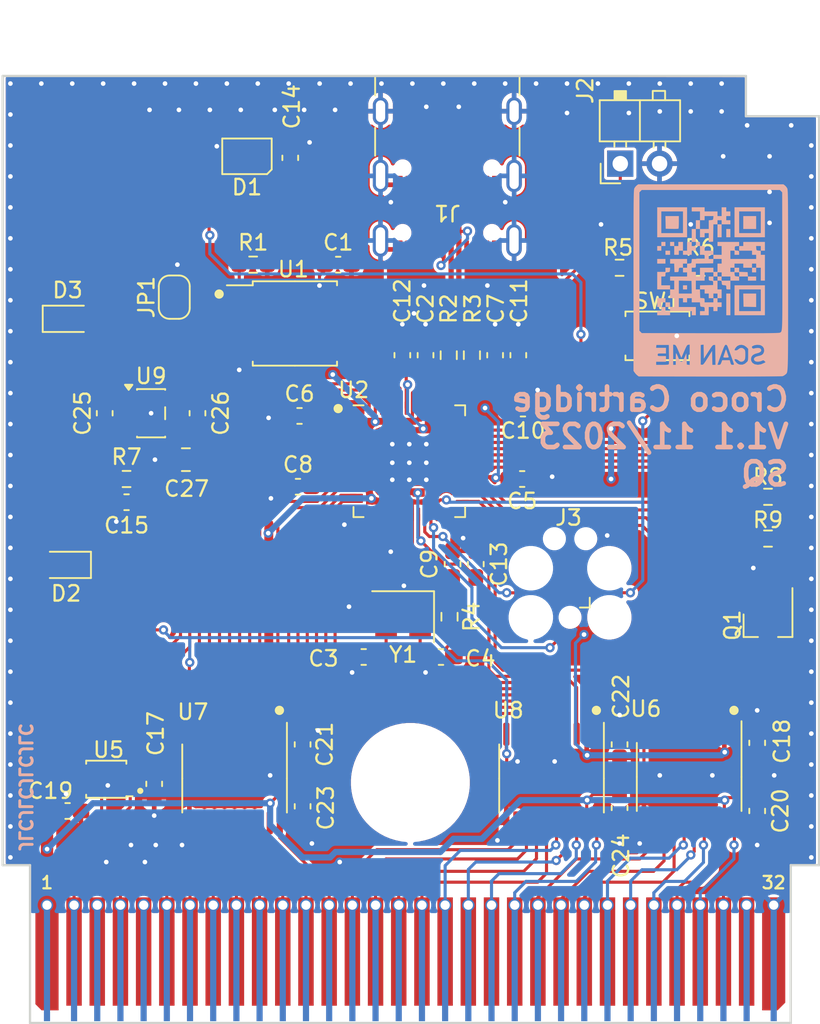
<source format=kicad_pcb>
(kicad_pcb (version 20241229) (generator "pcbnew") (generator_version "9.0")
  (layers (0 "F.Cu" signal) (2 "B.Cu" signal) (13 "F.Paste" user) (15 "B.Paste" user) (5 "F.SilkS" user "F.Silkscreen") (7 "B.SilkS" user "B.Silkscreen") (1 "F.Mask" user) (3 "B.Mask" user) (25 "Edge.Cuts" user))
  (net 0 "")
  (net 1 "GND")
  (net 2 "+3V3")
  (net 3 "SWDIO")
  (net 4 "RST")
  (net 5 "SWCLK")
  (net 6 "Net-(Q1-G)")
  (net 7 "DEBUG_UART_TX")
  (net 8 "GB_RST")
  (net 9 "VCC")
  (net 10 "+5V")
  (net 11 "VBUS")
  (net 12 "QSPI_SS")
  (net 13 "QSPI_SD1")
  (net 14 "QSPI_SD2")
  (net 15 "QSPI_SD0")
  (net 16 "QSPI_SCLK")
  (net 17 "QSPI_SD3")
  (net 18 "DATA_BUS0")
  (net 19 "DATA_BUS1")
  (net 20 "DATA_BUS2")
  (net 21 "DATA_BUS3")
  (net 22 "DATA_BUS4")
  (net 23 "DATA_BUS5")
  (net 24 "DATA_BUS6")
  (net 25 "DATA_BUS7")
  (net 26 "GB_A0")
  (net 27 "GB_A1")
  (net 28 "GB_A2")
  (net 29 "GB_A3")
  (net 30 "GB_A4")
  (net 31 "GB_A5")
  (net 32 "GB_A6")
  (net 33 "GB_A7")
  (net 34 "GB_A8")
  (net 35 "GB_A9")
  (net 36 "GB_A10")
  (net 37 "GB_A11")
  (net 38 "GB_A12")
  (net 39 "GB_A13")
  (net 40 "GB_A14")
  (net 41 "GB_A15")
  (net 42 "GB_D0")
  (net 43 "GB_D1")
  (net 44 "GB_D2")
  (net 45 "GB_D3")
  (net 46 "GB_D4")
  (net 47 "GB_D5")
  (net 48 "GB_D6")
  (net 49 "GB_D7")
  (net 50 "ADDR_BUS8")
  (net 51 "ADDR_BUS9")
  (net 52 "ADDR_BUS10")
  (net 53 "ADDR_BUS11")
  (net 54 "ADDR_BUS12")
  (net 55 "ADDR_BUS13")
  (net 56 "ADDR_BUS14")
  (net 57 "ADDR_BUS7")
  (net 58 "ADDR_BUS0")
  (net 59 "ADDR_BUS1")
  (net 60 "ADDR_BUS2")
  (net 61 "ADDR_BUS3")
  (net 62 "ADDR_BUS4")
  (net 63 "ADDR_BUS5")
  (net 64 "ADDR_BUS6")
  (net 65 "+1V1")
  (net 66 "ADDR_BUS15")
  (net 67 "BUS_RST")
  (net 68 "BUS_CLK")
  (net 69 "BUS_RD")
  (net 70 "GB_CLK")
  (net 71 "GB_RD")
  (net 74 "Net-(U2-XIN)")
  (net 76 "Net-(C4-Pad2)")
  (net 79 "Net-(J2-Pin_1)")
  (net 81 "Net-(U2-USB_DP)")
  (net 82 "Net-(U2-USB_DM)")
  (net 83 "Net-(U2-XOUT)")
  (net 84 "POWER_GOOD")
  (net 89 "LED_DIN")
  (net 90 "USB_D-")
  (net 91 "USB_D+")
  (footprint "Capacitor_SMD:C_0603_1608Metric_Pad1.08x0.95mm_HandSolder" (layer "F.Cu") (at 93.4125 83.25)
    (property "Reference" "C15")
    (property "Value" "1µF")
  )
  (footprint "Connector_USB:USB_C_Receptacle_GCT_USB4105-xx-A_16P_TopMnt_Horizontal" (layer "F.Cu") (at 114.16 59.06 180)
    (property "Reference" "J1")
    (property "Value" "USB_C_Receptacle_USB2.0")
  )
  (footprint "Button_Switch_SMD:SW_Push_SPST_NO_Alps_SKRK" (layer "F.Cu") (at 127.75 72.5)
    (property "Reference" "SW1")
    (property "Value" "SW_Push")
  )
  (footprint "Capacitor_SMD:C_0603_1608Metric_Pad1.08x0.95mm_HandSolder" (layer "F.Cu") (at 104.5 82.25)
    (property "Reference" "C8")
    (property "Value" "100nF")
  )
  (footprint "Capacitor_SMD:C_0603_1608Metric_Pad1.08x0.95mm_HandSolder" (layer "F.Cu") (at 134.2 98.8 -90)
    (property "Reference" "C18")
    (property "Value" "100nF")
  )
  (footprint "Resistor_SMD:R_0603_1608Metric_Pad0.98x0.95mm_HandSolder" (layer "F.Cu") (at 115.75 73.75 90)
    (property "Reference" "R3")
    (property "Value" "27R")
  )
  (footprint "Resistor_SMD:R_0603_1608Metric_Pad0.98x0.95mm_HandSolder" (layer "F.Cu") (at 114.3 90.65 -90)
    (property "Reference" "R4")
    (property "Value" "1k")
  )
  (footprint "Capacitor_SMD:C_0603_1608Metric_Pad1.08x0.95mm_HandSolder" (layer "F.Cu") (at 111.25 73.75 -90)
    (property "Reference" "C12")
    (property "Value" "100nF")
  )
  (footprint "Capacitor_SMD:C_0603_1608Metric_Pad1.08x0.95mm_HandSolder" (layer "F.Cu") (at 112.75 73.75 -90)
    (property "Reference" "C2")
    (property "Value" "100nF")
  )
  (footprint "Capacitor_SMD:C_0603_1608Metric_Pad1.08x0.95mm_HandSolder" (layer "F.Cu") (at 116 87.25 -90)
    (property "Reference" "C13")
    (property "Value" "100nF")
  )
  (footprint "Misc:GameBoy_Cartridge_EdgeConnector" (layer "F.Cu") (at 111.791962 116.733715)
    (property "Reference" "U3" (hide yes))
    (property "Value" "CartBus" (hide yes))
  )
  (footprint "Capacitor_SMD:C_0603_1608Metric_Pad1.08x0.95mm_HandSolder" (layer "F.Cu") (at 119 81.75 180)
    (property "Reference" "C5")
    (property "Value" "100nF")
  )
  (footprint "Resistor_SMD:R_0603_1608Metric_Pad0.98x0.95mm_HandSolder" (layer "F.Cu") (at 134.9 85.6 180)
    (property "Reference" "R9")
    (property "Value" "470k")
  )
  (footprint "Capacitor_SMD:C_0603_1608Metric_Pad1.08x0.95mm_HandSolder" (layer "F.Cu") (at 108.75 93.25)
    (property "Reference" "C3")
    (property "Value" "15pF")
  )
  (footprint "Capacitor_SMD:C_0603_1608Metric_Pad1.08x0.95mm_HandSolder" (layer "F.Cu") (at 104.8 98.9 -90)
    (property "Reference" "C21")
    (property "Value" "100nF")
  )
  (footprint "Connector:Tag-Connect_TC2030-IDC-FP_2x03_P1.27mm_Vertical" (layer "F.Cu") (at 122.1 88.15 90)
    (property "Reference" "J3")
    (property "Value" "Conn_01x06")
  )
  (footprint "Fiducial:Fiducial_1mm_Mask2mm" (layer "F.Cu") (at 92.1 96.1)
    (property "Reference" "FID2" (hide yes))
    (property "Value" "Fiducial")
  )
  (footprint "Package_TO_SOT_SMD:SOT-23-5" (layer "F.Cu") (at 95 77.5)
    (property "Reference" "U9")
    (property "Value" "RT9080")
  )
  (footprint "Capacitor_SMD:C_0603_1608Metric_Pad1.08x0.95mm_HandSolder" (layer "F.Cu") (at 113.75 93.25)
    (property "Reference" "C4")
    (property "Value" "15pF")
  )
  (footprint "Capacitor_SMD:C_0603_1608Metric_Pad1.08x0.95mm_HandSolder" (layer "F.Cu") (at 134.2 103.2 90)
    (property "Reference" "C20")
    (property "Value" "100nF")
  )
  (footprint "Capacitor_SMD:C_0603_1608Metric_Pad1.08x0.95mm_HandSolder" (layer "F.Cu") (at 95.2 101.45 90)
    (property "Reference" "C17")
    (property "Value" "100nF")
  )
  (footprint "Capacitor_SMD:C_0603_1608Metric_Pad1.08x0.95mm_HandSolder" (layer "F.Cu") (at 104.8 102.9 90)
    (property "Reference" "C23")
    (property "Value" "100nF")
  )
  (footprint "" (layer "F.Cu") (at 111.77 101.359673)
    (property "Reference" "" (hide yes))
    (property "Value" "" (hide yes))
  )
  (footprint "Resistor_SMD:R_0603_1608Metric_Pad0.98x0.95mm_HandSolder" (layer "F.Cu") (at 93.4125 81.75)
    (property "Reference" "R7")
    (property "Value" "10k")
  )
  (footprint "Package_DFN_QFN:QFN-56-1EP_7x7mm_P0.4mm_EP3.2x3.2mm" (layer "F.Cu") (at 111.7 80.6)
    (property "Reference" "U2")
    (property "Value" "RP2040")
  )
  (footprint "Capacitor_SMD:C_0603_1608Metric_Pad1.08x0.95mm_HandSolder" (layer "F.Cu") (at 104.6 77.675)
    (property "Reference" "C6")
    (property "Value" "100nF")
  )
  (footprint "Fiducial:Fiducial_1mm_Mask2mm" (layer "F.Cu") (at 92.1 64)
    (property "Reference" "FID1" (hide yes))
    (property "Value" "Fiducial")
  )
  (footprint "Connector_PinHeader_2.54mm:PinHeader_1x02_P2.54mm_Horizontal" (layer "F.Cu") (at 125.345 61.375 90)
    (property "Reference" "J2")
    (property "Value" "DBG_UART")
  )
  (footprint "Crystal:Crystal_SMD_TXC_7M-4Pin_3.2x2.5mm" (layer "F.Cu") (at 111.3 90.65 180)
    (property "Reference" "Y1")
    (property "Value" "12MHz")
  )
  (footprint "Capacitor_SMD:C_0603_1608Metric_Pad1.08x0.95mm_HandSolder" (layer "F.Cu") (at 89.6 103.2 180)
    (property "Reference" "C19")
    (property "Value" "100nF")
  )
  (footprint "Capacitor_SMD:C_0603_1608Metric_Pad1.08x0.95mm_HandSolder" (layer "F.Cu") (at 114.5 87.25 -90)
    (property "Reference" "C9")
    (property "Value" "100nF")
  )
  (footprint "Resistor_SMD:R_0603_1608Metric_Pad0.98x0.95mm_HandSolder" (layer "F.Cu") (at 134.9 82.9 180)
    (property "Reference" "R8")
    (property "Value" "1k")
  )
  (footprint "Resistor_SMD:R_0603_1608Metric_Pad0.98x0.95mm_HandSolder" (layer "F.Cu") (at 125.3 68.1)
    (property "Reference" "R5")
    (property "Value" "10R")
  )
  (footprint "Capacitor_SMD:C_0603_1608Metric_Pad1.08x0.95mm_HandSolder" (layer "F.Cu") (at 98 77.5 90)
    (property "Reference" "C26")
    (property "Value" "1µF")
  )
  (footprint "LED_SMD:LED_WS2812B-2020_PLCC4_2.0x2.0mm" (layer "F.Cu") (at 101.2 60.9 180)
    (property "Reference" "D1")
    (property "Value" "WS2812B")
  )
  (footprint "Capacitor_SMD:C_0603_1608Metric_Pad1.08x0.95mm_HandSolder" (layer "F.Cu") (at 125.3 103 90)
    (property "Reference" "C24")
    (property "Value" "100nF")
  )
  (footprint "Capacitor_SMD:C_0603_1608Metric_Pad1.08x0.95mm_HandSolder" (layer "F.Cu") (at 119.05 77.2 180)
    (property "Reference" "C10")
    (property "Value" "100nF")
  )
  (footprint "Package_SO:TSSOP-20_4.4x6.5mm_P0.65mm" (layer "F.Cu") (at 120.9 101.1 -90)
    (property "Reference" "U8")
    (property "Value" "TXB0108PW")
  )
  (footprint "Jumper:SolderJumper-2_P1.3mm_Open_RoundedPad1.0x1.5mm" (layer "F.Cu") (at 96.5 70 90)
    (property "Reference" "JP1")
    (property "Value" "USB_BOOT_SEL")
  )
  (footprint "Capacitor_SMD:C_0603_1608Metric_Pad1.08x0.95mm_HandSolder" (layer "F.Cu") (at 104 61 -90)
    (property "Reference" "C14")
    (property "Value" "100nF")
  )
  (footprint "Resistor_SMD:R_0603_1608Metric_Pad0.98x0.95mm_HandSolder" (layer "F.Cu") (at 114.25 73.75 90)
    (property "Reference" "R2")
    (property "Value" "27R")
  )
  (footprint "Capacitor_SMD:C_0603_1608Metric_Pad1.08x0.95mm_HandSolder" (layer "F.Cu") (at 107.1 67.9)
    (property "Reference" "C1")
    (property "Value" "100nF")
  )
  (footprint "Fiducial:Fiducial_1mm_Mask2mm" (layer "F.Cu") (at 131.5 64)
    (property "Reference" "FID3" (hide yes))
    (property "Value" "Fiducial")
  )
  (footprint "Capacitor_SMD:C_0603_1608Metric_Pad1.08x0.95mm_HandSolder" (layer "F.Cu") (at 125.3 98.9 -90)
    (property "Reference" "C22")
    (property "Value" "100nF")
  )
  (footprint "Package_SO:SOIC-8_5.23x5.23mm_P1.27mm" (layer "F.Cu") (at 104.3 71.7)
    (property "Reference" "U1")
    (property "Value" "W25Q128JVS")
  )
  (footprint "Resistor_SMD:R_0603_1608Metric_Pad0.98x0.95mm_HandSolder" (layer "F.Cu") (at 130.54 68.1)
    (property "Reference" "R6")
    (property "Value" "10k")
  )
  (footprint "Package_SO:TSSOP-20_4.4x6.5mm_P0.65mm" (layer "F.Cu") (at 100.4 101.1 -90)
    (property "Reference" "U7")
    (property "Value" "TXB0108PW")
  )
  (footprint "Capacitor_SMD:C_0603_1608Metric_Pad1.08x0.95mm_HandSolder" (layer "F.Cu") (at 92 77.5 90)
    (property "Reference" "C25")
    (property "Value" "1µF")
  )
  (footprint "Package_SO:TSSOP-20_4.4x6.5mm_P0.65mm" (layer "F.Cu") (at 129.8 101 -90)
    (property "Reference" "U6")
    (property "Value" "TXB0108PW")
  )
  (footprint "Diode_SMD:D_SOD-323" (layer "F.Cu") (at 89.6 71.4)
    (property "Reference" "D3")
    (property "Value" "D_Schottky")
  )
  (footprint "Capacitor_SMD:C_0805_2012Metric" (layer "F.Cu") (at 97.25 80.5)
    (property "Reference" "C27")
    (property "Value" "22µF")
  )
  (footprint "Package_TO_SOT_SMD:SOT-23_Handsoldering" (layer "F.Cu") (at 134.9 91.2 -90)
    (property "Reference" "Q1")
    (property "Value" "CJ2302")
  )
  (footprint "Diode_SMD:D_SOD-323" (layer "F.Cu") (at 89.5 87.3 180)
    (property "Reference" "D2")
    (property "Value" "D_Schottky")
  )
  (footprint "Resistor_SMD:R_0603_1608Metric_Pad0.98x0.95mm_HandSolder" (layer "F.Cu") (at 101.6 67.9)
    (property "Reference" "R1")
    (property "Value" "10k")
  )
  (footprint "Package_SO:VSSOP-8_2.4x2.1mm_P0.5mm" (layer "F.Cu") (at 92.1 101.15 180)
    (property "Reference" "U5")
    (property "Value" "TXB0102DCU")
  )
  (footprint "Capacitor_SMD:C_0603_1608Metric_Pad1.08x0.95mm_HandSolder" (layer "F.Cu") (at 118.75 73.75 -90)
    (property "Reference" "C11")
    (property "Value" "2.2uF")
  )
  (footprint "Capacitor_SMD:C_0603_1608Metric_Pad1.08x0.95mm_HandSolder" (layer "F.Cu") (at 117.25 73.75 -90)
    (property "Reference" "C7")
    (property "Value" "2.2uF")
  )
  (footprint "LOGO" (layer "B.Cu") (at 131.2 68.9 180)
    (property "Reference" "G***" (hide yes))
    (property "Value" "LOGO" (hide yes))
  )
  (gr_circle (center 123.8 96.7) (end 124 96.7) (stroke (width 0.2)) (fill yes) (layer "F.SilkS"))
  (gr_circle (center 94.3 101.9) (end 94.4 101.9) (stroke (width 0.2)) (fill yes) (layer "F.SilkS"))
  (gr_circle (center 107.1 77.2) (end 107.3 77.2) (stroke (width 0.2)) (fill yes) (layer "F.SilkS"))
  (gr_circle (center 103.3 96.7) (end 103.5 96.7) (stroke (width 0.2)) (fill yes) (layer "F.SilkS"))
  (gr_circle (center 132.7 96.7) (end 132.9 96.7) (stroke (width 0.2)) (fill yes) (layer "F.SilkS"))
  (gr_circle (center 99.4 69.8) (end 99.6 69.8) (stroke (width 0.2)) (fill yes) (layer "F.SilkS"))
  (gr_line (start 136.37 106.7) (end 138.2 106.7) (stroke (width 0.15)) (layer "Edge.Cuts"))
  (gr_line (start 85.4 106.7) (end 85.4 55.709673) (stroke (width 0.15)) (layer "Edge.Cuts"))
  (gr_line (start 87.17 106.7) (end 85.4 106.7) (stroke (width 0.15)) (layer "Edge.Cuts"))
  (gr_line (start 85.4 55.709673) (end 133.47 55.709673) (stroke (width 0.15)) (layer "Edge.Cuts"))
  (gr_line (start 138.2 106.7) (end 138.2 58.309673) (stroke (width 0.15)) (layer "Edge.Cuts"))
  (gr_line (start 136.37 116.9) (end 136.37 106.7) (stroke (width 0.15)) (layer "Edge.Cuts"))
  (gr_line (start 87.17 116.9) (end 136.37 116.9) (stroke (width 0.15)) (layer "Edge.Cuts"))
  (gr_line (start 87.17 116.9) (end 87.17 106.7) (stroke (width 0.15)) (layer "Edge.Cuts"))
  (gr_line (start 138.2 58.309673) (end 133.47 58.309673) (stroke (width 0.15)) (layer "Edge.Cuts"))
  (gr_line (start 133.47 55.709673) (end 133.47 58.309673) (stroke (width 0.15)) (layer "Edge.Cuts"))
  (gr_text "Croco Cartridge\nV1.1 11/2023\nSQ" (at 136.4 82.3 0) (layer "B.SilkS") (effects (font (size 1.5 1.5) (thickness 0.3) (bold yes)) (justify left bottom mirror)))
  (gr_text "JLCJLCJLCJLC" (at 86.4 105.9 -90) (layer "B.SilkS") (effects (font (size 0.8 0.8) (thickness 0.1875)) (justify left bottom mirror)))
  (segment (start 110.55 88.65) (end 111.35 88.65) (width 0.2) (layer "F.Cu") (net 1))
  (segment (start 126.875 105.025) (end 126.6 105.3) (width 0.2) (layer "F.Cu") (net 1))
  (segment (start 102.8 83) (end 103.5 82.3) (width 0.2) (layer "F.Cu") (net 1))
  (segment (start 108 94.25) (end 108 93.3625) (width 0.2) (layer "F.Cu") (net 1))
  (segment (start 123.041435 86.88) (end 124.5 85.421435) (width 0.2) (layer "F.Cu") (net 1))
  (segment (start 104.8 103.7625) (end 104.8 104.7) (width 0.2) (layer "F.Cu") (net 1))
  (segment (start 134.2 97.9375) (end 134.2 96.7) (width 0.2) (layer "F.Cu") (net 1))
  (segment (start 117.36 63.319002) (end 117.905474 63.864476) (width 0.4) (layer "F.Cu") (net 1))
  (segment (start 90.4625 103.0625) (end 89.5 102.1) (width 0.2) (layer "F.Cu") (net 1))
  (segment (start 110.96 63.40995) (end 110.505474 63.864476) (width 0.4) (layer "F.Cu") (net 1))
  (segment (start 97.225 77.5) (end 95 77.5) (width 0.4) (layer "F.Cu") (net 1))
  (segment (start 99.25 60.25) (end 99.35 60.35) (width 0.4) (layer "F.Cu") (net 1))
  (segment (start 125.3 103.8625) (end 125.3 105.3) (width 0.2) (layer "F.Cu") (net 1))
  (segment (start 102.75 83) (end 102.8 83) (width 0.2) (layer "F.Cu") (net 1))
  (segment (start 90.4625 103.2) (end 90.4625 103.0625) (width 0.2) (layer "F.Cu") (net 1))
  (segment (start 129 72.5) (end 129.85 72.5) (width 0.4) (layer "F.Cu") (net 1))
  (segment (start 126.875 103.8625) (end 126.875 105.025) (width 0.2) (layer "F.Cu") (net 1))
  (segment (start 120 76.9775) (end 120 76) (width 0.4) (layer "F.Cu") (net 1))
  (segment (start 110.500001 86.448527) (end 110.7 86.248528) (width 0.2) (layer "F.Cu") (net 1))
  (segment (start 92.6375 84.3875) (end 92.75 84.5) (width 0.2) (layer "F.Cu") (net 1))
  (segment (start 133.95 87.5) (end 133.95 85.6375) (width 0.2) (layer "F.Cu") (net 1))
  (segment (start 105.891139 69.25) (end 105.891139 68.608861) (width 0.2) (layer "F.Cu") (net 1))
  (segment (start 104.8 98.0375) (end 105.7625 98.0375) (width 0.2) (layer "F.Cu") (net 1))
  (segment (start 122.735 86.88) (end 123.041435 86.88) (width 0.2) (layer "F.Cu") (net 1))
  (segment (start 96.5 69.35) (end 96.5 68.1) (width 0.2) (layer "F.Cu") (net 1))
  (segment (start 92.35 101.4) (end 92.2 101.55) (width 0.2) (layer "F.Cu") (net 1))
  (segment (start 115.9675 86.2675) (end 115.7 86) (width 0.2) (layer "F.Cu") (net 1))
  (segment (start 100.7 73.605) (end 100.7 74.5) (width 0.2) (layer "F.Cu") (net 1))
  (segment (start 119.6275 81.6) (end 120.94 81.6) (width 0.4) (layer "F.Cu") (net 1))
  (segment (start 110.2 89) (end 110.55 88.65) (width 0.2) (layer "F.Cu") (net 1))
  (segment (start 93.65 101.4) (end 92.35 101.4) (width 0.2) (layer "F.Cu") (net 1))
  (segment (start 124.5 85.421435) (end 124.5 85.4) (width 0.2) (layer "F.Cu") (net 1))
  (segment (start 112.4 92.7625) (end 112.4 91.5) (width 0.2) (layer "F.Cu") (net 1))
  (segment (start 114.961212 85.75) (end 114.961212 85.926288) (width 0.4) (layer "F.Cu") (net 1))
  (segment (start 133.95 87.5) (end 133.95 89.7) (width 0.2) (layer "F.Cu") (net 1))
  (segment (start 92.775 77.5) (end 93.8625 77.5) (width 0.4) (layer "F.Cu") (net 1))
  (segment (start 115.161212 85.55) (end 114.961212 85.75) (width 0.4) (layer "F.Cu") (net 1))
  (segment (start 105.891139 68.608861) (end 106.2375 68.2625) (width 0.2) (layer "F.Cu") (net 1))
  (segment (start 104 60.1375) (end 105.1125 60.1375) (width 0.4) (layer "F.Cu") (net 1))
  (segment (start 108 93.3625) (end 107.8875 93.25) (width 0.2) (layer "F.Cu") (net 1))
  (segment (start 117.975 104.525) (end 117.4 105.1) (width 0.2) (layer "F.Cu") (net 1))
  (segment (start 105.7625 98.0375) (end 105.8 98) (width 0.2) (layer "F.Cu") (net 1))
  (segment (start 117.975 103.9625) (end 117.975 104.525) (width 0.2) (layer "F.Cu") (net 1))
  (segment (start 119.9125 77.065) (end 120 76.9775) (width 0.2) (layer "F.Cu") (net 1))
  (segment (start 134.2 104.0625) (end 134.2 105.4) (width 0.2) (layer "F.Cu") (net 1))
  (segment (start 110.7 86.248528) (end 110.7 84.0375) (width 0.2) (layer "F.Cu") (net 1))
  (segment (start 97.475 104.925) (end 97 105.4) (width 0.2) (layer "F.Cu") (net 1))
  (segment (start 95.25 80.5) (end 96.3 80.5) (width 0.4) (layer "F.Cu") (net 1))
  (segment (start 95.2 102.3125) (end 95.2 103.5) (width 0.2) (layer "F.Cu") (net 1))
  (segment (start 99.35 60.35) (end 100.285 60.35) (width 0.4) (layer "F.Cu") (net 1))
  (segment (start 103.5 82.3) (end 104.0325 82.3) (width 0.2) (layer "F.Cu") (net 1))
  (segment (start 115.18125 85.56875) (end 116 86.3875) (width 0.4) (layer "F.Cu") (net 1))
  (segment (start 114.961212 85.926288) (end 114.5 86.3875) (width 0.4) (layer "F.Cu") (net 1))
  (segment (start 97.475 103.9625) (end 97.475 104.925) (width 0.2) (layer "F.Cu") (net 1))
  (segment (start 105.1125 60.1375) (end 105.25 60) (width 0.4) (layer "F.Cu") (net 1))
  (segment (start 106.2375 68.2625) (end 106.2375 67.9) (width 0.2) (layer "F.Cu") (net 1))
  (segment (start 110.2 89.8) (end 110.2 89) (width 0.2) (layer "F.Cu") (net 1))
  (segment (start 125.3 98.0375) (end 125.3 97) (width 0.2) (layer "F.Cu") (net 1))
  (segment (start 110.96 62.74) (end 110.96 63.40995) (width 0.4) (layer "F.Cu") (net 1))
  (segment (start 95 77.5) (end 93.8625 77.5) (width 0.4) (layer "F.Cu") (net 1))
  (segment (start 117.36 62.74) (end 117.36 63.319002) (width 0.4) (layer "F.Cu") (net 1))
  (segment (start 100.7 74.5) (end 100.7 74.7) (width 0.2) (layer "F.Cu") (net 1))
  (segment (start 112.75 94.25) (end 112.75 93.3875) (width 0.2) (layer "F.Cu") (net 1))
  (segment (start 104.8 104.7) (end 105.4 105.3) (width 0.2) (layer "F.Cu") (net 1))
  (segment (start 92 78.275) (end 92.775 77.5) (width 0.4) (layer "F.Cu") (net 1))
  (segment (start 98 78.275) (end 97.225 77.5) (width 0.4) (layer "F.Cu") (net 1))
  (segment (start 92.6375 83.25) (end 92.6375 84.3875) (width 0.2) (layer "F.Cu") (net 1))
  (segment (start 112.8875 93.25) (end 112.4 92.7625) (width 0.2) (layer "F.Cu") (net 1))
  (segment (start 104.0325 77.8) (end 102.6 77.8) (width 0.2) (layer "F.Cu") (net 1))
  (segment (start 96.5 68.1) (end 96.7 67.9) (width 0.2) (layer "F.Cu") (net 1))
  (segment (start 112.75 93.3875) (end 112.8875 93.25) (width 0.2) (layer "F.Cu") (net 1))
  (via (at 124.5 85.4) (size 0.6) (drill 0.3) (layers "F.Cu" "B.Cu") (net 1))
  (via (at 124.1 65.3) (size 0.6) (drill 0.3) (layers "F.Cu" "B.Cu") (net 1))
  (via (at 137.7 104.2) (size 0.6) (drill 0.3) (layers "F.Cu" "B.Cu") (net 1))
  (via (at 112.8 79.5) (size 0.6) (drill 0.3) (layers "F.Cu" "B.Cu") (net 1))
  (via (at 85.9 76.2) (size 0.6) (drill 0.3) (layers "F.Cu" "B.Cu") (net 1))
  (via (at 127.9 56.2) (size 0.6) (drill 0.3) (layers "F.Cu" "B.Cu") (net 1))
  (via (at 105.4 105.3) (size 0.6) (drill 0.3) (layers "F.Cu" "B.Cu") (net 1))
  (via (at 85.9 94.2) (size 0.6) (drill 0.3) (layers "F.Cu" "B.Cu") (net 1))
  (via (at 85.9 100.2) (size 0.6) (drill 0.3) (layers "F.Cu" "B.Cu") (net 1))
  (via (at 92.75 84.5) (size 0.6) (drill 0.3) (layers "F.Cu" "B.Cu") (net 1))
  (via (at 137.7 106.2) (size 0.6) (drill 0.3) (layers "F.Cu" "B.Cu") (net 1))
  (via (at 133.95 87.5) (size 0.6) (drill 0.3) (layers "F.Cu" "B.Cu") (net 1))
  (via (at 85.9 92.2) (size 0.6) (drill 0.3) (layers "F.Cu" "B.Cu") (net 1))
  (via (at 118.75 71.75) (size 0.6) (drill 0.3) (layers "F.Cu" "B.Cu") (net 1))
  (via (at 121.9 56.2) (size 0.6) (drill 0.3) (layers "F.Cu" "B.Cu") (net 1))
  (via (at 110.500001 86.448527) (size 0.6) (drill 0.3) (layers "F.Cu" "B.Cu") (net 1))
  (via (at 107.5 84.7) (size 0.6) (drill 0.3) (layers "F.Cu" "B.Cu") (net 1))
  (via (at 105.25 60) (size 0.6) (drill 0.3) (layers "F.Cu" "B.Cu") (net 1))
  (via (at 85.9 62.2) (size 0.6) (drill 0.3) (layers "F.Cu" "B.Cu") (net 1))
  (via (at 135 60.9) (size 0.6) (drill 0.3) (layers "F.Cu" "B.Cu") (net 1))
  (via (at 85.9 102.2) (size 0.6) (drill 0.3) (layers "F.Cu" "B.Cu") (net 1))
  (via (at 85.9 78.2) (size 0.6) (drill 0.3) (layers "F.Cu" "B.Cu") (net 1))
  (via (at 85.9 66.2) (size 0.6) (drill 0.3) (layers "F.Cu" "B.Cu") (net 1))
  (via (at 85.9 68.2) (size 0.6) (drill 0.3) (layers "F.Cu" "B.Cu") (net 1))
  (via (at 91.9 56.2) (size 0.6) (drill 0.3) (layers "F.Cu" "B.Cu") (net 1))
  (via (at 85.9 64.2) (size 0.6) (drill 0.3) (layers "F.Cu" "B.Cu") (net 1))
  (via (at 134.2 96.7) (size 0.6) (drill 0.3) (layers "F.Cu" "B.Cu") (net 1))
  (via (at 137.7 70.2) (size 0.6) (drill 0.3) (layers "F.Cu" "B.Cu") (net 1))
  (via (at 121.9 58.1) (size 0.6) (drill 0.3) (layers "F.Cu" "B.Cu") (net 1))
  (via (at 134.2 105.4) (size 0.6) (drill 0.3) (layers "F.Cu" "B.Cu") (net 1))
  (via (at 125.9 56.2) (size 0.6) (drill 0.3) (layers "F.Cu" "B.Cu") (net 1))
  (via (at 137.7 86.2) (size 0.6) (drill 0.3) (layers "F.Cu" "B.Cu") (net 1))
  (via (at 117.4 105.1) (size 0.6) (drill 0.3) (layers "F.Cu" "B.Cu") (net 1))
  (via (at 96.7 67.9) (size 0.6) (drill 0.3) (layers "F.Cu" "B.Cu") (net 1))
  (via (at 105.8 98) (size 0.6) (drill 0.3) (layers "F.Cu" "B.Cu") (net 1))
  (via (at 112 71.05) (size 0.6) (drill 0.3) (layers "F.Cu" "B.Cu") (net 1))
  (via (at 120 76) (size 0.6) (drill 0.3) (layers "F.Cu" "B.Cu") (net 1))
  (via (at 129.9 58) (size 0.6) (drill 0.3) (layers "F.Cu" "B.Cu") (net 1))
  (via (at 111.7 80.7) (size 0.6) (drill 0.3) (layers "F.Cu" "B.Cu") (net 1))
  (via (at 119.9 56.2) (size 0.6) (drill 0.3) (layers "F.Cu" "B.Cu") (net 1))
  (via (at 115.18125 85.56875) (size 0.6) (drill 0.3) (layers "F.Cu" "B.Cu") (net 1))
  (via (at 96.8 57.9) (size 0.6) (drill 0.3) (layers "F.Cu" "B.Cu") (net 1))
  (via (at 126.6 105.3) (size 0.6) (drill 0.3) (layers "F.Cu" "B.Cu") (net 1))
  (via (at 137.7 84.2) (size 0.6) (drill 0.3) (layers "F.Cu" "B.Cu") (net 1))
  (via (at 137.7 60.2) (size 0.6) (drill 0.3) (layers "F.Cu" "B.Cu") (net 1))
  (via (at 92.1 106.5) (size 0.6) (drill 0.3) (layers "F.Cu" "B.Cu") (net 1))
  (via (at 107.8 90) (size 0.6) (drill 0.3) (layers "F.Cu" "B.Cu") (net 1))
  (via (at 137.7 72.2) (size 0.6) (drill 0.3) (layers "F.Cu" "B.Cu") (net 1))
  (via (at 132 60.9) (size 0.6) (drill 0.3) (layers "F.Cu" "B.Cu") (net 1))
  (via (at 125.3 105.3) (size 0.6) (drill 0.3) (layers "F.Cu" "B.Cu") (net 1))
  (via (at 137.7 76.2) (size 0.6) (drill 0.3) (layers "F.Cu" "B.Cu") (net 1))
  (via (at 95 77.5) (size 0.6) (drill 0.3) (layers "F.Cu" "B.Cu") (net 1))
  (via (at 127.9 100.9) (size 0.6) (drill 0.3) (layers "F.Cu" "B.Cu") (net 1))
  (via (at 94.9 57.9) (size 0.6) (drill 0.3) (layers "F.Cu" "B.Cu") (net 1))
  (via (at 137.7 68.2) (size 0.6) (drill 0.3) (layers "F.Cu" "B.Cu") (net 1))
  (via (at 85.9 56.2) (size 0.6) (drill 0.3) (layers "F.Cu" "B.Cu") (net 1))
  (via (at 94.6 106.5) (size 0.6) (drill 0.3) (layers "F.Cu" "B.Cu") (net 1))
  (via (at 95.25 80.5) (size 0.6) (drill 0.3) (layers "F.Cu" "B.Cu") (net 1))
  (via (at 85.9 70.2) (size 0.6) (drill 0.3) (layers "F.Cu" "B.Cu") (net 1))
  (via (at 137.7 100.2) (size 0.6) (drill 0.3) (layers "F.Cu" "B.Cu") (net 1))
  (via (at 112.75 71.75) (size 0.6) (drill 0.3) (layers "F.Cu" "B.Cu") (net 1))
  (via (at 114.9 57.7) (size 0.6) (drill 0.3) (layers "F.Cu" "B.Cu") (net 1))
  (via (at 137.7 98.2) (size 0.6) (drill 0.3) (layers "F.Cu" "B.Cu") (net 1))
  (via (at 111.9 56.2) (size 0.6) (drill 0.3) (layers "F.Cu" "B.Cu") (net 1))
  (via (at 109.9 56.2) (size 0.6) (drill 0.3) (layers "F.Cu" "B.Cu") (net 1))
  (via (at 112.8 57.7) (size 0.6) (drill 0.3) (layers "F.Cu" "B.Cu") (net 1))
  (via (at 137.7 94.2) (size 0.6) (drill 0.3) (layers "F.Cu" "B.Cu") (net 1))
  (via (at 111.25 71.75) (size 0.6) (drill 0.3) (layers "F.Cu" "B.Cu") (net 1))
  (via (at 85.9 90.2) (size 0.6) (drill 0.3) (layers "F.Cu" "B.Cu") (net 1))
  (via (at 89.9 56.2) (size 0.6) (drill 0.3) (layers "F.Cu" "B.Cu") (net 1))
  (via (at 118.7 100) (size 0.6) (drill 0.3) (layers "F.Cu" "B.Cu") (net 1))
  (via (at 100.8 57.9) (size 0.6) (drill 0.3) (layers "F.Cu" "B.Cu") (net 1))
  (via (at 112.65 69.25) (size 0.6) (drill 0.3) (layers "F.Cu" "B.Cu") (net 1))
  (via (at 129.9 65.3) (size 0.6) (drill 0.3) (layers "F.Cu" "B.Cu") (net 1))
  (via (at 102.75 83) (size 0.6) (drill 0.3) (layers "F.Cu" "B.Cu") (net 1))
  (via (at 92.2 101.55) (size 0.6) (drill 0.3) (layers "F.Cu" "B.Cu") (net 1))
  (via (at 115.9 56.2) (size 0.6) (drill 0.3) (layers "F.Cu" "B.Cu") (net 1))
  (via (at 85.9 74.2) (size 0.6) (drill 0.3) (layers "F.Cu" "B.Cu") (net 1))
  (via (at 137.7 78.2) (size 0.6) (drill 0.3) (layers "F.Cu" "B.Cu") (net 1))
  (via (at 120.94 81.6) (size 0.6) (drill 0.3) (layers "F.Cu" "B.Cu") (net 1))
  (via (at 85.9 104.2) (size 0.6) (drill 0.3) (layers "F.Cu" "B.Cu") (net 1))
  (via (at 113.9 56.2) (size 0.6) (drill 0.3) (layers "F.Cu" "B.Cu") (net 1))
  (via (at 105.891139 69.25) (size 0.6) (drill 0.3) (layers "F.Cu" "B.Cu") (net 1))
  (via (at 99.25 60.25) (size 0.6) (drill 0.3) (layers "F.Cu" "B.Cu") (net 1))
  (via (at 111.35 88.65) (size 0.6) (drill 0.3) (layers "F.Cu" "B.Cu") (net 1))
  (via (at 137.7 66.2) (size 0.6) (drill 0.3) (layers "F.Cu" "B.Cu") (net 1))
  (via (at 105.9 56.2) (size 0.6) (drill 0.3) (layers "F.Cu" "B.Cu") (net 1))
  (via (at 85.9 86.2) (size 0.6) (drill 0.3) (layers "F.Cu" "B.Cu") (net 1))
  (via (at 107.9 56.2) (size 0.6) (drill 0.3) (layers "F.Cu" "B.Cu") (net 1))
  (via (at 129 72.5) (size 0.6) (drill 0.3) (layers "F.Cu" "B.Cu") (net 1))
  (via (at 137.7 88.2) (size 0.6) (drill 0.3) (layers "F.Cu" "B.Cu") (net 1))
  (via (at 127.9 58) (size 0.6) (drill 0.3) (layers "F.Cu" "B.Cu") (net 1))
  (via (at 111.7 79.5) (size 0.6) (drill 0.3) (layers "F.Cu" "B.Cu") (net 1))
  (via (at 137.7 74.2) (size 0.6) (drill 0.3) (layers "F.Cu" "B.Cu") (net 1))
  (via (at 101.9 56.2) (size 0.6) (drill 0.3) (layers "F.Cu" "B.Cu") (net 1))
  (via (at 95.2 103.5) (size 0.6) (drill 0.3) (layers "F.Cu" "B.Cu") (net 1))
  (via (at 129.9 56.2) (size 0.6) (drill 0.3) (layers "F.Cu" "B.Cu") (net 1))
  (via (at 106.9 57.9) (size 0.6) (drill 0.3) (layers "F.Cu" "B.Cu") (net 1))
  (via (at 137.7 90.2) (size 0.6) (drill 0.3) (layers "F.Cu" "B.Cu") (net 1))
  (via (at 112.75 94.25) (size 0.6) (drill 0.3) (layers "F.Cu" "B.Cu") (net 1))
  (via (at 110.505474 63.864476) (size 0.6) (drill 0.3) (layers "F.Cu" "B.Cu") (net 1))
  (via (at 117.9 56.2) (size 0.6) (drill 0.3) (layers "F.Cu" "B.Cu") (net 1))
  (via (at 112.8 81.8) (size 0.6) (drill 0.3) (layers "F.Cu" "B.Cu") (net 1))
  (via (at 85.9 60.2) (size 0.6) (drill 0.3) (layers "F.Cu" "B.Cu") (net 1))
  (via (at 137.7 82.2) (size 0.6) (drill 0.3) (layers "F.Cu" "B.Cu") (net 1))
  (via (at 121.1 100) (size 0.6) (drill 0.3) (layers "F.Cu" "B.Cu") (net 1))
  (via (at 107.2 106.5) (size 0.6) (drill 0.3) (layers "F.Cu" "B.Cu") (net 1))
  (via (at 85.9 82.2) (size 0.6) (drill 0.3) (layers "F.Cu" "B.Cu") (net 1))
  (via (at 89.5 102.1) (size 0.6) (drill 0.3) (layers "F.Cu" "B.Cu") (net 1))
  (via (at 99.9 56.2) (size 0.6) (drill 0.3) (layers "F.Cu" "B.Cu") (net 1))
  (via (at 117.905474 63.864476) (size 0.6) (drill 0.3) (layers "F.Cu" "B.Cu") (net 1))
  (via (at 136.4 58.9) (size 0.6) (drill 0.3) (layers "F.Cu" "B.Cu") (net 1))
  (via (at 85.9 96.2) (size 0.6) (drill 0.3) (layers "F.Cu" "B.Cu") (net 1))
  (via (at 97.9 56.2) (size 0.6) (drill 0.3) (layers "F.Cu" "B.Cu") (net 1))
  (via (at 85.9 80.2) (size 0.6) (drill 0.3) (layers "F.Cu" "B.Cu") (net 1))
  (via (at 116.75 69.25) (size 0.6) (drill 0.3) (layers "F.Cu" "B.Cu") (net 1))
  (via (at 95.3 105.4) (size 0.6) (drill 0.3) (layers "F.Cu" "B.Cu") (net 1))
  (via (at 85.9 98.2) (size 0.6) (drill 0.3) (layers "F.Cu" "B.Cu") (net 1))
  (via (at 135 63.2) (size 0.6) (drill 0.3) (layers "F.Cu" "B.Cu") (net 1))
  (via (at 103.9 56.2) (size 0.6) (drill 0.3) (layers "F.Cu" "B.Cu") (net 1))
  (via (at 137.7 96.2) (size 0.6) (drill 0.3) (layers "F.Cu" "B.Cu") (net 1))
  (via (at 137.7 62.2) (size 0.6) (drill 0.3) (layers "F.Cu" "B.Cu") (net 1))
  (via (at 111.7 81.8) (size 0.6) (drill 0.3) (layers "F.Cu" "B.Cu") (net 1))
  (via (at 93.7 105.4) (size 0.6) (drill 0.3) (layers "F.Cu" "B.Cu") (net 1))
  (via (at 85.9 106.2) (size 0.6) (drill 0.3) (layers "F.Cu" "B.Cu") (net 1))
  (via (at 100.7 74.7) (size 0.6) (drill 0.3) (layers "F.Cu" "B.Cu") (net 1))
  (via (at 108 94.25) (size 0.6) (drill 0.3) (layers "F.Cu" "B.Cu") (net 1))
  (via (at 123.9 56.2) (size 0.6) (drill 0.3) (layers "F.Cu" "B.Cu") (net 1))
  (via (at 110.6 81.8) (size 0.6) (drill 0.3) (layers "F.Cu" "B.Cu") (net 1))
  (via (at 110.6 79.5) (size 0.6) (drill 0.3) (layers "F.Cu" "B.Cu") (net 1))
  (via (at 135 65.2) (size 0.6) (drill 0.3) (layers "F.Cu" "B.Cu") (net 1))
  (via (at 102.7 100.9) (size 0.6) (drill 0.3) (layers "F.Cu" "B.Cu") (net 1))
  (via (at 97 105.4) (size 0.6) (drill 0.3) (layers "F.Cu" "B.Cu") (net 1))
  (via (at 85.9 58.2) (size 0.6) (drill 0.3) (layers "F.Cu" "B.Cu") (net 1))
  (via (at 93.9 56.2) (size 0.6) (drill 0.3) (layers "F.Cu" "B.Cu") (net 1))
  (via (at 95.9 56.2) (size 0.6) (drill 0.3) (layers "F.Cu" "B.Cu") (net 1))
  (via (at 135.3 100.9) (size 0.6) (drill 0.3) (layers "F.Cu" "B.Cu") (net 1))
  (via (at 85.9 84.2) (size 0.6) (drill 0.3) (layers "F.Cu" "B.Cu") (net 1))
  (via (at 103 57.9) (size 0.6) (drill 0.3) (layers "F.Cu" "B.Cu") (net 1))
  (via (at 131.9 56.2) (size 0.6) (drill 0.3) (layers "F.Cu" "B.Cu") (net 1))
  (via (at 137.7 80.2) (size 0.6) (drill 0.3) (layers "F.Cu" "B.Cu") (net 1))
  (via (at 133.55 58.9) (size 0.6) (drill 0.3) (layers "F.Cu" "B.Cu") (net 1))
  (via (at 85.9 72.2) (size 0.6) (drill 0.3) (layers "F.Cu" "B.Cu") (net 1))
  (via (at 137.7 92.2) (size 0.6) (drill 0.3) (layers "F.Cu" "B.Cu") (net 1))
  (via (at 110.6 80.7) (size 0.6) (drill 0.3) (layers "F.Cu" "B.Cu") (net 1))
  (via (at 98.8 57.9) (size 0.6) (drill 0.3) (layers "F.Cu" "B.Cu") (net 1))
  (via (at 131.3 100.9) (size 0.6) (drill 0.3) (layers "F.Cu" "B.Cu") (net 1))
  (via (at 131.9 58) (size 0.6) (drill 0.3) (layers "F.Cu" "B.Cu") (net 1))
  (via (at 117.25 71.75) (size 0.6) (drill 0.3) (layers "F.Cu" "B.Cu") (net 1))
  (via (at 112.8 80.7) (size 0.6) (drill 0.3) (layers "F.Cu" "B.Cu") (net 1))
  (via (at 102.6 77.8) (size 0.6) (drill 0.3) (layers "F.Cu" "B.Cu") (net 1))
  (via (at 87.9 56.2) (size 0.6) (drill 0.3) (layers "F.Cu" "B.Cu") (net 1))
  (via (at 125.9 58.1) (size 0.6) (drill 0.3) (layers "F.Cu" "B.Cu") (net 1))
  (via (at 137.7 102.2) (size 0.6) (drill 0.3) (layers "F.Cu" "B.Cu") (net 1))
  (via (at 137.7 64.2) (size 0.6) (drill 0.3) (layers "F.Cu" "B.Cu") (net 1))
  (via (at 104.9 57.9) (size 0.6) (drill 0.3) (layers "F.Cu" "B.Cu") (net 1))
  (via (at 85.9 88.2) (size 0.6) (drill 0.3) (layers "F.Cu" "B.Cu") (net 1))
  (via (at 125.3 97) (size 0.6) (drill 0.3) (layers "F.Cu" "B.Cu") (net 1))
  (segment (start 104.8625 61.8625) (end 107.9625 64.9625) (width 0.4) (layer "F.Cu") (net 2))
  (segment (start 114.3 77.8) (end 114.5 78) (width 0.2) (layer "F.Cu") (net 2))
  (segment (start 94.5625 100.5875) (end 95.2 100.5875) (width 0.2) (layer "F.Cu") (net 2))
  (segment (start 106.6 77.7) (end 106.7 77.8) (width 0.2) (layer "F.Cu") (net 2))
  (segment (start 111.9 84.0375) (end 111.9 83.3) (width 0.2) (layer "F.Cu") (net 2))
  (segment (start 112.3 77.1625) (end 112.3 77.8) (width 0.2) (layer "F.Cu") (net 2))
  (segment (start 132.075 99.375) (end 132.1 99.4) (width 0.2) (layer "F.Cu") (net 2))
  (segment (start 107.9 69.795) (end 107.9 67.9625) (width 0.2) (layer "F.Cu") (net 2))
  (segment (start 106.420712 81.679288) (end 105.933212 81.679288) (width 0.2) (layer "F.Cu") (net 2))
  (segment (start 113.9 77.1625) (end 114.3 77.1625) (width 0.2) (layer "F.Cu") (net 2))
  (segment (start 112.3 75.9) (end 112.4 75.8) (width 0.2) (layer "F.Cu") (net 2))
  (segment (start 108.2625 81.6) (end 109 81.6) (width 0.2) (layer "F.Cu") (net 2))
  (segment (start 114.3 77.1625) (end 114.3 77.8) (width 0.2) (layer "F.Cu") (net 2))
  (segment (start 103.2 69.8) (end 106.2 69.8) (width 0.2) (layer "F.Cu") (net 2))
  (segment (start 94.25 100.9) (end 94.5625 100.5875) (width 0.2) (layer "F.Cu") (net 2))
  (segment (start 108.2625 78) (end 109.05 78) (width 0.2) (layer "F.Cu") (net 2))
  (segment (start 116.6 77.1625) (end 115.0625 77.1625) (width 0.2) (layer "F.Cu") (net 2))
  (segment (start 112.3 77.1625) (end 112.3 75.9) (width 0.2) (layer "F.Cu") (net 2))
  (segment (start 117.365551 81.6) (end 117.293165 81.672386) (width 0.2) (layer "F.Cu") (net 2))
  (segment (start 115.0625 77.1625) (end 115.1 77.2) (width 0.2) (layer "F.Cu") (net 2))
  (segment (start 125.3 99.7625) (end 123.3625 99.7625) (width 0.2) (layer "F.Cu") (net 2))
  (segment (start 107.9 67.9625) (end 107.9625 67.9) (width 0.2) (layer "F.Cu") (net 2))
  (segment (start 107.9 69.795) (end 106.205 69.795) (width 0.2) (layer "F.Cu") (net 2))
  (segment (start 102.8625 99.7625) (end 102.7 99.6) (width 0.2) (layer "F.Cu") (net 2))
  (segment (start 114.3 77.1625) (end 115.0625 77.1625) (width 0.2) (layer "F.Cu") (net 2))
  (segment (start 107.9625 64.9625) (end 107.9625 67.9) (width 0.4) (layer "F.Cu") (net 2))
  (segment (start 118.4925 81.6) (end 117.365551 81.6) (width 0.2) (layer "F.Cu") (net 2))
  (segment (start 123.175 99.575) (end 123.2 99.6) (width 0.2) (layer "F.Cu") (net 2))
  (segment (start 115.1375 81.6) (end 117.220779 81.6) (width 0.2) (layer "F.Cu") (net 2))
  (segment (start 132.075 98.1375) (end 132.075 99.375) (width 0.2) (layer "F.Cu") (net 2))
  (segment (start 108.817486 77.949) (end 107.949 77.949) (width 0.4) (layer "F.Cu") (net 2))
  (segment (start 102.5275 61.8625) (end 104 61.8625) (width 0.4) (layer "F.Cu") (net 2))
  (segment (start 105.933212 81.679288) (end 105.3125 82.3) (width 0.2) (layer "F.Cu") (net 2))
  (segment (start 118.445 77.1625) (end 118.4825 77.2) (width 0.2) (layer "F.Cu") (net 2))
  (segment (start 116.6 77.1625) (end 118.445 77.1625) (width 0.2) (layer "F.Cu") (net 2))
  (segment (start 122.735 89.42) (end 123 89.685) (width 0.2) (layer "F.Cu") (net 2))
  (segment (start 131.4525 68.1) (end 132.5 68.1) (width 0.2) (layer "F.Cu") (net 2))
  (segment (start 106.5 81.6) (end 106.420712 81.679288) (width 0.2) (layer "F.Cu") (net 2))
  (segment (start 109.491176 78.05) (end 108.918486 78.05) (width 0.4) (layer "F.Cu") (net 2))
  (segment (start 102.675 98.2375) (end 102.675 99.575) (width 0.2) (layer "F.Cu") (net 2))
  (segment (start 111.9 84.0375) (end 111.9 86.425) (width 0.2) (layer "F.Cu") (net 2))
  (segment (start 108.918486 78.05) (end 108.817486 77.949) (width 0.4) (layer "F.Cu") (net 2))
  (segment (start 115.1375 77.2375) (end 115.1375 78) (width 0.2) (layer "F.Cu") (net 2))
  (segment (start 111.9 76.3) (end 112.3 75.9) (width 0.2) (layer "F.Cu") (net 2))
  (segment (start 123 89.685) (end 123 91.8) (width 0.2) (layer "F.Cu") (net 2))
  (segment (start 93.65 100.9) (end 94.25 100.9) (width 0.2) (layer "F.Cu") (net 2))
  (segment (start 111.9 77.1625) (end 111.9 76.3) (width 0.2) (layer "F.Cu") (net 2))
  (segment (start 115.1 77.2) (end 115.1375 77.2375) (width 0.2) (layer "F.Cu") (net 2))
  (segment (start 111.9 77.1625) (end 111.9 77.8) (width 0.2) (layer "F.Cu") (net 2))
  (segment (start 107.949 77.949) (end 107.5 77.5) (width 0.4) (layer "F.Cu") (net 2))
  (segment (start 102.5125 67.9) (end 102.5125 69.1125) (width 0.2) (layer "F.Cu") (net 2))
  (segment (start 102.675 99.575) (end 102.7 99.6) (width 0.2) (layer "F.Cu") (net 2))
  (segment (start 114.5 78) (end 115 78) (width 0.2) (layer "F.Cu") (net 2))
  (segment (start 112.3 77.8) (end 112.2 77.9) (width 0.2) (layer "F.Cu") (net 2))
  (segment (start 106.205 69.795) (end 106.2 69.8) (width 0.2) (layer "F.Cu") (net 2))
  (segment (start 104.8 99.7625) (end 102.8625 99.7625) (width 0.2) (layer "F.Cu") (net 2))
  (segment (start 117.220779 81.6) (end 117.293165 81.672386) (width 0.2) (layer "F.Cu") (net 2))
  (segment (start 134.2 99.6625) (end 132.3625 99.6625) (width 0.2) (layer "F.Cu") (net 2))
  (segment (start 104 61.8625) (end 104.8625 61.8625) (width 0.4) (layer "F.Cu") (net 2))
  (segment (start 123.3625 99.7625) (end 123.2 99.6) (width 0.2) (layer "F.Cu") (net 2))
  (segment (start 108.2625 81.6) (end 106.5 81.6) (width 0.2) (layer "F.Cu") (net 2))
  (segment (start 102.5125 69.1125) (end 103.2 69.8) (width 0.2) (layer "F.Cu") (net 2))
  (segment (start 123.175 98.2375) (end 123.175 99.575) (width 0.2) (layer "F.Cu") (net 2))
  (segment (start 102.115 61.45) (end 102.5275 61.8625) (width 0.4) (layer "F.Cu") (net 2))
  (segment (start 132.3625 99.6625) (end 132.1 99.4) (width 0.2) (layer "F.Cu") (net 2))
  (via (at 123.2 99.6) (size 0.6) (drill 0.3) (layers "F.Cu" "B.Cu") (net 2))
  (via (at 109.491176 78.05) (size 0.6) (drill 0.3) (layers "F.Cu" "B.Cu") (net 2))
  (via (at 132.1 99.4) (size 0.6) (drill 0.3) (layers "F.Cu" "B.Cu") (net 2))
  (via (at 117.293165 81.672386) (size 0.6) (drill 0.3) (layers "F.Cu" "B.Cu") (net 2))
  (via (at 116.6 77.1625) (size 0.6) (drill 0.3) (layers "F.Cu" "B.Cu") (net 2))
  (via (at 123 91.8) (size 0.6) (drill 0.3) (layers "F.Cu" "B.Cu") (net 2))
  (via (at 124.75 78.5) (size 0.6) (drill 0.3) (layers "F.Cu" "B.Cu") (net 2))
  (via (at 102.575 85.25) (size 0.6) (drill 0.3) (layers "F.Cu" "B.Cu") (net 2))
  (via (at 106.75 75) (size 0.6) (drill 0.3) (layers "F.Cu" "B.Cu") (net 2))
  (via (at 124.75 81.75) (size 0.6) (drill 0.3) (layers "F.Cu" "B.Cu") (net 2))
  (via (at 109.25 83) (size 0.6) (drill 0.3) (layers "F.Cu" "B.Cu") (net 2))
  (segment (start 123.2 99.6) (end 122.449 98.849) (width 0.2) (layer "B.Cu") (net 2))
  (segment (start 117.46 78.06) (end 116.6 77.2) (width 0.2) (layer "B.Cu") (net 2))
  (segment (start 106.75 75) (end 109.491176 77.741176) (width 0.4) (layer "B.Cu") (net 2))
  (segment (start 104.825 83) (end 102.575 85.25) (width 0.4) (layer "B.Cu") (net 2))
  (segment (start 109.25 83) (end 104.825 83) (width 0.4) (layer "B.Cu") (net 2))
  (segment (start 116.6 77.2) (end 116.6 77.1625) (width 0.2) (layer "B.Cu") (net 2))
  (segment (start 124.75 78.5) (end 124.75 81.75) (width 0.4) (layer "B.Cu") (net 2))
  (segment (start 117.46 81.505551) (end 117.46 78.06) (width 0.2) (layer "B.Cu") (net 2))
  (segment (start 131.9 99.6) (end 132.1 99.4) (width 0.4) (layer "B.Cu") (net 2))
  (segment (start 109.491176 77.741176) (end 109.491176 78.05) (width 0.4) (layer "B.Cu") (net 2))
  (segment (start 122.449 98.849) (end 122.449 92.351) (width 0.2) (layer "B.Cu") (net 2))
  (segment (start 123.2 99.6) (end 131.9 99.6) (width 0.4) (layer "B.Cu") (net 2))
  (segment (start 122.449 92.351) (end 123 91.8) (width 0.2) (layer "B.Cu") (net 2))
  (segment (start 117.293165 81.672386) (end 117.46 81.505551) (width 0.2) (layer "B.Cu") (net 2))
  (segment (start 113.268933 84.892098) (end 113.268933 84.882441) (width 0.2) (layer "F.Cu") (net 3))
  (segment (start 113.268933 84.882441) (end 113.1 84.713508) (width 0.2) (layer "F.Cu") (net 3))
  (segment (start 121.175 89.71) (end 121.175 92.275) (width 0.2) (layer "F.Cu") (net 3))
  (segment (start 113.1 84.713508) (end 113.1 84.0375) (width 0.2) (layer "F.Cu") (net 3))
  (segment (start 121.175 92.275) (end 120.8 92.65) (width 0.2) (layer "F.Cu") (net 3))
  (segment (start 121.465 89.42) (end 121.175 89.71) (width 0.2) (layer "F.Cu") (net 3))
  (via (at 120.8 92.65) (size 0.6) (drill 0.3) (layers "F.Cu" "B.Cu") (net 3))
  (via (at 113.268933 84.892098) (size 0.6) (drill 0.3) (layers "F.Cu" "B.Cu") (net 3))
  (segment (start 113.268933 86.268933) (end 115.75 88.75) (width 0.2) (layer "B.Cu") (net 3))
  (segment (start 113.268933 84.892098) (end 113.268933 86.268933) (width 0.2) (layer "B.Cu") (net 3))
  (segment (start 115.75 88.75) (end 115.75 90.7375) (width 0.2) (layer "B.Cu") (net 3))
  (segment (start 117.6625 92.65) (end 120.8 92.65) (width 0.2) (layer "B.Cu") (net 3))
  (segment (start 115.75 90.7375) (end 117.6625 92.65) (width 0.2) (layer "B.Cu") (net 3))
  (segment (start 122.735 88.15) (end 123.685 89.1) (width 0.2) (layer "F.Cu") (net 4))
  (segment (start 125.65 70.85) (end 125.65 72.5) (width 0.2) (layer "F.Cu") (net 4))
  (segment (start 128.4 68.1) (end 125.65 70.85) (width 0.2) (layer "F.Cu") (net 4))
  (segment (start 126.8 78) (end 131 73.8) (width 0.2) (layer "F.Cu") (net 4))
  (segment (start 113.7 83.1) (end 113.5 83.3) (width 0.2) (layer "F.Cu") (net 4))
  (segment (start 114.1 83.1) (end 113.7 83.1) (width 0.2) (layer "F.Cu") (net 4))
  (segment (start 129.6275 68.1) (end 128.4 68.1) (width 0.2) (layer "F.Cu") (net 4))
  (segment (start 113.5 83.3) (end 113.5 84.0375) (width 0.2) (layer "F.Cu") (net 4))
  (segment (start 131 70.5) (end 129.6275 69.1275) (width 0.2) (layer "F.Cu") (net 4))
  (segment (start 131 73.8) (end 131 70.5) (width 0.2) (layer "F.Cu") (net 4))
  (segment (start 123.685 89.1) (end 126 89.1) (width 0.2) (layer "F.Cu") (net 4))
  (segment (start 129.6275 69.1275) (end 129.6275 68.1) (width 0.2) (layer "F.Cu") (net 4))
  (via (at 126.8 78) (size 0.6) (drill 0.3) (layers "F.Cu" "B.Cu") (net 4))
  (via (at 114.1 83.1) (size 0.6) (drill 0.3) (layers "F.Cu" "B.Cu") (net 4))
  (via (at 126 89.1) (size 0.6) (drill 0.3) (layers "F.Cu" "B.Cu") (net 4))
  (segment (start 126.8 83.2) (end 126.75 83.25) (width 0.2) (layer "B.Cu") (net 4))
  (segment (start 114.25 83.25) (end 126.75 83.25) (width 0.2) (layer "B.Cu") (net 4))
  (segment (start 114.1 83.1) (end 114.25 83.25) (width 0.2) (layer "B.Cu") (net 4))
  (segment (start 126.75 83.25) (end 126.8 83.3) (width 0.2) (layer "B.Cu") (net 4))
  (segment (start 126.8 83.3) (end 126.8 88.3) (width 0.2) (layer "B.Cu") (net 4))
  (segment (start 126.8 88.3) (end 126 89.1) (width 0.2) (layer "B.Cu") (net 4))
  (segment (start 126.8 78) (end 126.8 83.2) (width 0.2) (layer "B.Cu") (net 4))
  (segment (start 112.998378 85.466346) (end 112.7 85.167968) (width 0.2) (layer "F.Cu") (net 5))
  (segment (start 121.465 88.15) (end 120.509714 89.105286) (width 0.2) (layer "F.Cu") (net 5))
  (segment (start 117.844714 89.105286) (end 120.509714 89.105286) (width 0.2) (layer "F.Cu") (net 5))
  (segment (start 112.7 85.167968) (end 112.7 84.0375) (width 0.2) (layer "F.Cu") (net 5))
  (segment (start 113.871278 85.466346) (end 112.998378 85.466346) (width 0.2) (layer "F.Cu") (net 5))
  (via (at 118 89.1) (size 0.6) (drill 0.3) (layers "F.Cu" "B.Cu") (net 5))
  (via (at 113.871278 85.466346) (size 0.6) (drill 0.3) (layers "F.Cu" "B.Cu") (net 5))
  (segment (start 117.4995 89.1) (end 118 89.1) (width 0.2) (layer "B.Cu") (net 5))
  (segment (start 113.871278 85.466346) (end 113.871278 85.471778) (width 0.2) (layer "B.Cu") (net 5))
  (segment (start 113.871278 85.471778) (end 117.4995 89.1) (width 0.2) (layer "B.Cu") (net 5))
  (segment (start 135.8125 85.6) (end 135.8125 82.9) (width 0.2) (layer "F.Cu") (net 6))
  (segment (start 135.85 89.7) (end 135.85 85.6375) (width 0.2) (layer "F.Cu") (net 6))
  (segment (start 122.6 68.1) (end 121.7 69) (width 0.2) (layer "F.Cu") (net 7))
  (segment (start 116.017359 78.8) (end 116.22736 78.59) (width 0.2) (layer "F.Cu") (net 7))
  (segment (start 121.7 69) (end 121.7 77.59) (width 0.2) (layer "F.Cu") (net 7))
  (segment (start 115.1375 78.8) (end 116.017359 78.8) (width 0.2) (layer "F.Cu") (net 7))
  (segment (start 121.7 77.59) (end 120.7 78.59) (width 0.2) (layer "F.Cu") (net 7))
  (segment (start 116.22736 78.59) (end 120.7 78.59) (width 0.2) (layer "F.Cu") (net 7))
  (segment (start 124.3875 68.1) (end 122.6 68.1) (width 0.2) (layer "F.Cu") (net 7))
  (segment (start 132.016962 109.283715) (end 132.016962 108.183038) (width 0.2) (layer "F.Cu") (net 8))
  (segment (start 132.016962 108.183038) (end 132.8 107.4) (width 0.2) (layer "F.Cu") (net 8))
  (segment (start 136 106.4) (end 136 95.7) (width 0.2) (layer "F.Cu") (net 8))
  (segment (start 134.9 94.6) (end 134.9 92.7) (width 0.2) (layer "F.Cu") (net 8))
  (segment (start 132.8 107.4) (end 135 107.4) (width 0.2) (layer "F.Cu") (net 8))
  (segment (start 136 95.7) (end 134.9 94.6) (width 0.2) (layer "F.Cu") (net 8))
  (segment (start 135 107.4) (end 136 106.4) (width 0.2) (layer "F.Cu") (net 8))
  (segment (start 104.8 102.0375) (end 103.3625 102.0375) (width 0.2) (layer "F.Cu") (net 9))
  (segment (start 102.675 103.9625) (end 102.675 102.725) (width 0.2) (layer "F.Cu") (net 9))
  (segment (start 132.2625 102.3375) (end 132.1 102.5) (width 0.2) (layer "F.Cu") (net 9))
  (segment (start 123.175 103.9625) (end 123.175 102.525) (width 0.2) (layer "F.Cu") (net 9))
  (segment (start 123.5625 102.1375) (end 123.2 102.5) (width 0.2) (layer "F.Cu") (net 9))
  (segment (start 90.55 101.4) (end 88.266962 101.4) (width 0.2) (layer "F.Cu") (net 9))
  (segment (start 88.266962 106.596651) (end 88.265112 106.594801) (width 0.8) (layer "F.Cu") (net 9))
  (segment (start 134.2 102.3375) (end 132.2625 102.3375) (width 0.2) (layer "F.Cu") (net 9))
  (segment (start 132.075 102.525) (end 132.1 102.5) (width 0.2) (layer "F.Cu") (net 9))
  (segment (start 88.266962 105.657818) (end 88.266962 101.4) (width 0.8) (layer "F.Cu") (net 9))
  (segment (start 88.272528 105.663384) (end 88.266962 105.657818) (width 0.8) (layer "F.Cu") (net 9))
  (segment (start 88.266962 106.592951) (end 88.266962 105.66895) (width 0.8) (layer "F.Cu") (net 9))
  (segment (start 88.266962 101.4) (end 88.266962 87.466962) (width 0.8) (layer "F.Cu") (net 9))
  (segment (start 88.266962 109.283715) (end 88.266962 106.596651) (width 0.8) (layer "F.Cu") (net 9))
  (segment (start 132.075 103.8625) (end 132.075 102.525) (width 0.2) (layer "F.Cu") (net 9))
  (segment (start 88.265112 106.594801) (end 88.266962 106.592951) (width 0.8) (layer "F.Cu") (net 9))
  (segment (start 123.175 102.525) (end 123.2 102.5) (width 0.2) (layer "F.Cu") (net 9))
  (segment (start 88.266962 105.66895) (end 88.272528 105.663384) (width 0.8) (layer "F.Cu") (net 9))
  (segment (start 102.675 102.725) (end 102.7 102.7) (width 0.2) (layer "F.Cu") (net 9))
  (segment (start 103.3625 102.0375) (end 102.7 102.7) (width 0.2) (layer "F.Cu") (net 9))
  (segment (start 125.3 102.1375) (end 123.5625 102.1375) (width 0.2) (layer "F.Cu") (net 9))
  (via (at 123.2 102.5) (size 0.6) (drill 0.3) (layers "F.Cu" "B.Cu") (net 9))
  (via (at 132.1 102.5) (size 0.6) (drill 0.3) (layers "F.Cu" "B.Cu") (net 9))
  (via (at 88.272528 105.663384) (size 0.6) (drill 0.3) (layers "F.Cu" "B.Cu") (net 9))
  (via (at 102.7 102.7) (size 0.6) (drill 0.3) (layers "F.Cu" "B.Cu") (net 9))
  (segment (start 88.272528 105.663384) (end 91.235912 102.7) (width 0.4) (layer "B.Cu") (net 9))
  (segment (start 104.8 106.2) (end 106.579346 106.2) (width 0.4) (layer "B.Cu") (net 9))
  (segment (start 106.930346 105.849) (end 113.707095 105.849) (width 0.4) (layer "B.Cu") (net 9))
  (segment (start 91.235912 102.7) (end 102.7 102.7) (width 0.4) (layer "B.Cu") (net 9))
  (segment (start 106.579346 106.2) (end 106.930346 105.849) (width 0.4) (layer "B.Cu") (net 9))
  (segment (start 118.9 102.5) (end 123.2 102.5) (width 0.4) (layer "B.Cu") (net 9))
  (segment (start 116.4 105) (end 118.9 102.5) (width 0.4) (layer "B.Cu") (net 9))
  (segment (start 123.2 102.5) (end 132.1 102.5) (width 0.4) (layer "B.Cu") (net 9))
  (segment (start 102.7 104.1) (end 104.8 106.2) (width 0.4) (layer "B.Cu") (net 9))
  (segment (start 114.556095 105) (end 116.4 105) (width 0.4) (layer "B.Cu") (net 9))
  (segment (start 102.7 102.7) (end 102.7 104.1) (width 0.4) (layer "B.Cu") (net 9))
  (segment (start 113.707095 105.849) (end 114.556095 105) (width 0.4) (layer "B.Cu") (net 9))
  (segment (start 92 76.725) (end 91.225 76.725) (width 0.4) (layer "F.Cu") (net 10))
  (segment (start 93.8625 78.45) (end 93.0625 79.25) (width 0.2) (layer "F.Cu") (net 10))
  (segment (start 92.175 76.55) (end 92 76.725) (width 0.4) (layer "F.Cu") (net 10))
  (segment (start 88.55 71.4) (end 88.55 74.05) (width 0.6) (layer "F.Cu") (net 10))
  (segment (start 88.55 74.05) (end 90.55 76.05) (width 0.6) (layer "F.Cu") (net 10))
  (segment (start 93.8625 76.55) (end 92.175 76.55) (width 0.4) (layer "F.Cu") (net 10))
  (segment (start 93.0625 79.25) (end 90.55 79.25) (width 0.2) (layer "F.Cu") (net 10))
  (segment (start 90.55 76.05) (end 90.55 87.3) (width 0.6) (layer "F.Cu") (net 10))
  (segment (start 91.225 76.725) (end 90.55 76.05) (width 0.4) (layer "F.Cu") (net 10))
  (segment (start 111.755 66.496777) (end 111.935719 66.316058) (width 0.3) (layer "F.Cu") (net 11))
  (segment (start 111.76 63.80995) (end 111.705474 63.864476) (width 0.4) (layer "F.Cu") (net 11))
  (segment (start 111.935719 66.157281) (end 112.25 65.843) (width 0.3) (layer "F.Cu") (net 11))
  (segment (start 116.56 62.74) (end 116.56 63.819002) (width 0.4) (layer "F.Cu") (net 11))
  (segment (start 116.56 63.819002) (end 116.605474 63.864476) (width 0.4) (layer "F.Cu") (net 11))
  (segment (start 111.76 62.74) (end 111.76 63.80995) (width 0.4) (layer "F.Cu") (net 11))
  (segment (start 116.326868 66.158541) (end 116.326868 66.109868) (width 0.3) (layer "F.Cu") (net 11))
  (segment (start 111.935719 66.316058) (end 111.935719 66.157281) (width 0.3) (layer "F.Cu") (net 11))
  (segment (start 111.755 66.915) (end 111.755 66.496777) (width 0.3) (layer "F.Cu") (net 11))
  (segment (start 116.555 66.915) (end 116.555 66.386673) (width 0.3) (layer "F.Cu") (net 11))
  (segment (start 116.555 66.386673) (end 116.326868 66.158541) (width 0.3) (layer "F.Cu") (net 11))
  (segment (start 116.326868 66.109868) (end 116.217 66) (width 0.3) (layer "F.Cu") (net 11))
  (segment (start 98.805 69.795) (end 98.4 70.2) (width 0.2) (layer "F.Cu") (net 12))
  (segment (start 99.501 76.351) (end 98.4 75.25) (width 0.2) (layer "F.Cu") (net 12))
  (segment (start 98.35 70.65) (end 98.4 70.7) (width 0.2) (layer "F.Cu") (net 12))
  (segment (start 96.5 70.65) (end 98.35 70.65) (width 0.2) (layer "F.Cu") (net 12))
  (segment (start 100.7 69.795) (end 100.7 67.9125) (width 0.2) (layer "F.Cu") (net 12))
  (segment (start 108.56975 76.351) (end 99.501 76.351) (width 0.2) (layer "F.Cu") (net 12))
  (segment (start 109.1 77.1625) (end 109.1 76.88125) (width 0.2) (layer "F.Cu") (net 12))
  (segment (start 100.7 67.9125) (end 100.6875 67.9) (width 0.2) (layer "F.Cu") (net 12))
  (segment (start 100.7 69.795) (end 98.805 69.795) (width 0.2) (layer "F.Cu") (net 12))
  (segment (start 109.1 76.88125) (end 108.56975 76.351) (width 0.2) (layer "F.Cu") (net 12))
  (segment (start 98.4 70.2) (end 98.4 70.7) (width 0.2) (layer "F.Cu") (net 12))
  (segment (start 98.4 75.25) (end 98.4 70.7) (width 0.2) (layer "F.Cu") (net 12))
  (segment (start 99.1 75.1) (end 99.1 71.3) (width 0.2) (layer "F.Cu") (net 13))
  (segment (start 99.1 71.3) (end 99.335 71.065) (width 0.2) (layer "F.Cu") (net 13))
  (segment (start 108.869975 76) (end 100 76) (width 0.2) (layer "F.Cu") (net 13))
  (segment (start 100 76) (end 99.1 75.1) (width 0.2) (layer "F.Cu") (net 13))
  (segment (start 109.5 77.1625) (end 109.5 76.630025) (width 0.2) (layer "F.Cu") (net 13))
  (segment (start 109.5 76.630025) (end 108.869975 76) (width 0.2) (layer "F.Cu") (net 13))
  (segment (start 99.335 71.065) (end 100.7 71.065) (width 0.2) (layer "F.Cu") (net 13))
  (segment (start 103.1 73.5) (end 101.935 72.335) (width 0.2) (layer "F.Cu") (net 14))
  (segment (start 103.1 75) (end 103.1 73.5) (width 0.2) (layer "F.Cu") (net 14))
  (segment (start 109.9 77.1625) (end 109.9 76.4) (width 0.2) (layer "F.Cu") (net 14))
  (segment (start 101.935 72.335) (end 100.7 72.335) (width 0.2) (layer "F.Cu") (net 14))
  (segment (start 109.1 75.6) (end 103.7 75.6) (width 0.2) (layer "F.Cu") (net 14))
  (segment (start 109.9 76.4) (end 109.1 75.6) (width 0.2) (layer "F.Cu") (net 14))
  (segment (start 103.7 75.6) (end 103.1 75) (width 0.2) (layer "F.Cu") (net 14))
  (segment (start 107.9 74.7) (end 107.9 73.605) (width 0.2) (layer "F.Cu") (net 15))
  (segment (start 109.165686 75.1) (end 110.3 76.234314) (width 0.2) (layer "F.Cu") (net 15))
  (segment (start 110.3 77.1625) (end 110.3 76.234314) (width 0.2) (layer "F.Cu") (net 15))
  (segment (start 109.165686 75.1) (end 108.3 75.1) (width 0.2) (layer "F.Cu") (net 15))
  (segment (start 108.3 75.1) (end 107.9 74.7) (width 0.2) (layer "F.Cu") (net 15))
  (segment (start 107.9 72.335) (end 109.335 72.335) (width 0.2) (layer "F.Cu") (net 16))
  (segment (start 110.7 77.1625) (end 110.7 76.068628) (width 0.2) (layer "F.Cu") (net 16))
  (segment (start 109.631372 72.631372) (end 109.631372 75) (width 0.2) (layer "F.Cu") (net 16))
  (segment (start 110.7 76.068628) (end 109.631372 75) (width 0.2) (layer "F.Cu") (net 16))
  (segment (start 109.335 72.335) (end 109.631372 72.631372) (width 0.2) (layer "F.Cu") (net 16))
  (segment (start 109.765 71.065) (end 107.9 71.065) (width 0.2) (layer "F.Cu") (net 17))
  (segment (start 111.1 77.1625) (end 111.1 75.902942) (width 0.2) (layer "F.Cu") (net 17))
  (segment (start 110.4 71.7) (end 109.765 71.065) (width 0.2) (layer "F.Cu") (net 17))
  (segment (start 111.1 75.902942) (end 110.4 75.202942) (width 0.2) (layer "F.Cu") (net 17))
  (segment (start 110.4 75.202942) (end 110.4 71.7) (width 0.2) (layer "F.Cu") (net 17))
  (segment (start 117.75 84.75) (end 126.75 84.75) (width 0.2) (layer "F.Cu") (net 18))
  (segment (start 126.75 84.75) (end 127.525 85.525) (width 0.2) (layer "F.Cu") (net 18))
  (segment (start 127.525 85.525) (end 127.525 98.1375) (width 0.2) (layer "F.Cu") (net 18))
  (segment (start 115.1375 83.2) (end 116.2 83.2) (width 0.2) (layer "F.Cu") (net 18))
  (segment (start 116.2 83.2) (end 117.75 84.75) (width 0.2) (layer "F.Cu") (net 18))
  (segment (start 116.3201 82.8) (end 117.7701 84.25) (width 0.2) (layer "F.Cu") (net 19))
  (segment (start 127 84.25) (end 128.175 85.425) (width 0.2) (layer "F.Cu") (net 19))
  (segment (start 115.1375 82.8) (end 116.3201 82.8) (width 0.2) (layer "F.Cu") (net 19))
  (segment (start 128.175 85.425) (end 128.175 98.1375) (width 0.2) (layer "F.Cu") (net 19))
  (segment (start 117.7701 84.25) (end 127 84.25) (width 0.2) (layer "F.Cu") (net 19))
  (segment (start 128.825 85.325) (end 128.825 98.1375) (width 0.2) (layer "F.Cu") (net 20))
  (segment (start 115.1375 82.4) (end 116.485785 82.4) (width 0.2) (layer "F.Cu") (net 20))
  (segment (start 116.485785 82.4) (end 117.835785 83.75) (width 0.2) (layer "F.Cu") (net 20))
  (segment (start 117.835785 83.75) (end 127.25 83.75) (width 0.2) (layer "F.Cu") (net 20))
  (segment (start 127.25 83.75) (end 128.825 85.325) (width 0.2) (layer "F.Cu") (net 20))
  (segment (start 115.1375 82) (end 116.651471 82) (width 0.2) (layer "F.Cu") (net 21))
  (segment (start 117.901471 83.25) (end 127.5 83.25) (width 0.2) (layer "F.Cu") (net 21))
  (segment (start 116.651471 82) (end 117.901471 83.25) (width 0.2) (layer "F.Cu") (net 21))
  (segment (start 129.475 85.225) (end 129.475 98.1375) (width 0.2) (layer "F.Cu") (net 21))
  (segment (start 127.5 83.25) (end 129.475 85.225) (width 0.2) (layer "F.Cu") (net 21))
  (segment (start 115.1375 81.2) (end 117.011471 81.2) (width 0.2) (layer "F.Cu") (net 22))
  (segment (start 130.125 82.225) (end 130.125 98.1375) (width 0.2) (layer "F.Cu") (net 22))
  (segment (start 117.011471 81.2) (end 117.221471 80.99) (width 0.2) (layer "F.Cu") (net 22))
  (segment (start 117.221471 80.99) (end 128.89 80.99) (width 0.2) (layer "F.Cu") (net 22))
  (segment (start 128.89 80.99) (end 130.125 82.225) (width 0.2) (layer "F.Cu") (net 22))
  (segment (start 117.055786 80.59) (end 129.29 80.59) (width 0.2) (layer "F.Cu") (net 23))
  (segment (start 116.845785 80.8) (end 117.055786 80.59) (width 0.2) (layer "F.Cu") (net 23))
  (segment (start 115.1375 80.8) (end 116.845785 80.8) (width 0.2) (layer "F.Cu") (net 23))
  (segment (start 129.29 80.59) (end 130.775 82.075) (width 0.2) (layer "F.Cu") (net 23))
  (segment (start 130.775 82.075) (end 130.775 98.1375) (width 0.2) (layer "F.Cu") (net 23))
  (segment (start 131.425 81.825) (end 131.425 98.1375) (width 0.2) (layer "F.Cu") (net 24))
  (segment (start 116.890101 80.19) (end 129.79 80.19) (width 0.2) (layer "F.Cu") (net 24))
  (segment (start 129.79 80.19) (end 131.425 81.825) (width 0.2) (layer "F.Cu") (net 24))
  (segment (start 116.680101 80.4) (end 116.890101 80.19) (width 0.2) (layer "F.Cu") (net 24))
  (segment (start 115.1375 80.4) (end 116.680101 80.4) (width 0.2) (layer "F.Cu") (net 24))
  (segment (start 116.724415 79.79) (end 130.19 79.79) (width 0.2) (layer "F.Cu") (net 25))
  (segment (start 132.725 95.125) (end 132.1 94.5) (width 0.2) (layer "F.Cu") (net 25))
  (segment (start 116.514415 80) (end 116.724415 79.79) (width 0.2) (layer "F.Cu") (net 25))
  (segment (start 130.19 79.79) (end 132.1 81.7) (width 0.2) (layer "F.Cu") (net 25))
  (segment (start 132.1 94.5) (end 132.1 81.7) (width 0.2) (layer "F.Cu") (net 25))
  (segment (start 115.1375 80) (end 116.514415 80) (width 0.2) (layer "F.Cu") (net 25))
  (segment (start 132.725 98.1375) (end 132.725 95.125) (width 0.2) (layer "F.Cu") (net 25))
  (segment (start 96.016962 107.383038) (end 98.125 105.275) (width 0.2) (layer "F.Cu") (net 26))
  (segment (start 98.125 105.275) (end 98.125 103.9625) (width 0.2) (layer "F.Cu") (net 26))
  (segment (start 96.016962 109.283715) (end 96.016962 107.383038) (width 0.2) (layer "F.Cu") (net 26))
  (segment (start 98.775 106.325) (end 98.775 103.9625) (width 0.2) (layer "F.Cu") (net 27))
  (segment (start 97.516962 107.583038) (end 98.775 106.325) (width 0.2) (layer "F.Cu") (net 27))
  (segment (start 97.516962 109.283715) (end 97.516962 107.583038) (width 0.2) (layer "F.Cu") (net 27))
  (segment (start 99.425 103.9625) (end 99.425 107.175) (width 0.2) (layer "F.Cu") (net 28))
  (segment (start 99.016962 107.583038) (end 99.016962 109.283715) (width 0.2) (layer "F.Cu") (net 28))
  (segment (start 99.425 107.175) (end 99.016962 107.583038) (width 0.2) (layer "F.Cu") (net 28))
  (segment (start 100.516962 107.516962) (end 100.075 107.075) (width 0.2) (layer "F.Cu") (net 29))
  (segment (start 100.516962 109.283715) (end 100.516962 107.516962) (width 0.2) (layer "F.Cu") (net 29))
  (segment (start 100.075 107.075) (end 100.075 103.9625) (width 0.2) (layer "F.Cu") (net 29))
  (segment (start 100.725 106.725) (end 100.725 103.9625) (width 0.2) (layer "F.Cu") (net 30))
  (segment (start 102.016962 109.283715) (end 102.016962 108.016962) (width 0.2) (layer "F.Cu") (net 30))
  (segment (start 102.016962 108.016962) (end 100.725 106.725) (width 0.2) (layer "F.Cu") (net 30))
  (segment (start 101.375 106.075) (end 101.375 103.9625) (width 0.2) (layer "F.Cu") (net 31))
  (segment (start 103.516962 108.216962) (end 101.375 106.075) (width 0.2) (layer "F.Cu") (net 31))
  (segment (start 103.516962 109.283715) (end 103.516962 108.216962) (width 0.2) (layer "F.Cu") (net 31))
  (segment (start 102.025 105.225) (end 102.025 105.2) (width 0.2) (layer "F.Cu") (net 32))
  (segment (start 102.025 105.2) (end 102.025 103.9625) (width 0.2) (layer "F.Cu") (net 32))
  (segment (start 105.016962 108.216962) (end 102.025 105.225) (width 0.2) (layer "F.Cu") (net 32))
  (segment (start 105.016962 109.283715) (end 105.016962 108.216962) (width 0.2) (layer "F.Cu") (net 32))
  (segment (start 103.325 103.9625) (end 103.325 104.925) (width 0.2) (layer "F.Cu") (net 33))
  (segment (start 106.516962 108.116962) (end 106.516962 109.283715) (width 0.2) (layer "F.Cu") (net 33))
  (segment (start 103.325 104.925) (end 106.516962 108.116962) (width 0.2) (layer "F.Cu") (net 33))
  (segment (start 118.1 105.7) (end 118.625 105.175) (width 0.2) (layer "F.Cu") (net 34))
  (segment (start 108.016962 109.283715) (end 108.016962 107.283038) (width 0.2) (layer "F.Cu") (net 34))
  (segment (start 108.016962 107.283038) (end 109.6 105.7) (width 0.2) (layer "F.Cu") (net 34))
  (segment (start 118.625 105.175) (end 118.625 103.9625) (width 0.2) (layer "F.Cu") (net 34))
  (segment (start 109.6 105.7) (end 118.1 105.7) (width 0.2) (layer "F.Cu") (net 34))
  (segment (start 109.516962 106.983038) (end 110.2 106.3) (width 0.2) (layer "F.Cu") (net 35))
  (segment (start 118.7 106.3) (end 119.275 105.725) (width 0.2) (layer "F.Cu") (net 35))
  (segment (start 109.516962 109.283715) (end 109.516962 106.983038) (width 0.2) (layer "F.Cu") (net 35))
  (segment (start 110.2 106.3) (end 118.7 106.3) (width 0.2) (layer "F.Cu") (net 35))
  (segment (start 119.275 105.725) (end 119.275 103.9625) (width 0.2) (layer "F.Cu") (net 35))
  (segment (start 111.016962 107.583038) (end 111.5 107.1) (width 0.2) (layer "F.Cu") (net 36))
  (segment (start 119.925 106.275) (end 119.925 103.9625) (width 0.2) (layer "F.Cu") (net 36))
  (segment (start 111.016962 109.283715) (end 111.016962 107.583038) (width 0.2) (layer "F.Cu") (net 36))
  (segment (start 119.1 107.1) (end 119.925 106.275) (width 0.2) (layer "F.Cu") (net 36))
  (segment (start 111.5 107.1) (end 119.1 107.1) (width 0.2) (layer "F.Cu") (net 36))
  (segment (start 120.575 107.225) (end 120.575 103.9625) (width 0.2) (layer "F.Cu") (net 37))
  (segment (start 113 107.8) (end 120 107.8) (width 0.2) (layer "F.Cu") (net 37))
  (segment (start 112.516962 108.283038) (end 113 107.8) (width 0.2) (layer "F.Cu") (net 37))
  (segment (start 112.516962 109.283715) (end 112.516962 108.283038) (width 0.2) (layer "F.Cu") (net 37))
  (segment (start 120 107.8) (end 120.575 107.225) (width 0.2) (layer "F.Cu") (net 37))
  (segment (start 121.225 105.3495) (end 121.1745 105.4) (width 0.2) (layer "F.Cu") (net 38))
  (segment (start 121.225 103.9625) (end 121.225 105.3495) (width 0.2) (layer "F.Cu") (net 38))
  (via (at 121.1745 105.4) (size 0.6) (drill 0.3) (layers "F.Cu" "B.Cu") (net 38))
  (segment (start 120.8245 105.75) (end 121.1745 105.4) (width 0.2) (layer "B.Cu") (net 38))
  (segment (start 114.016962 109.283715) (end 114.016962 106.733038) (width 0.2) (layer "B.Cu") (net 38))
  (segment (start 115 105.75) (end 120.8245 105.75) (width 0.2) (layer "B.Cu") (net 38))
  (segment (start 114.016962 106.733038) (end 115 105.75) (width 0.2) (layer "B.Cu") (net 38))
  (segment (start 121.875 105.725) (end 121.2 106.4) (width 0.2) (layer "F.Cu") (net 39))
  (segment (start 121.875 103.9625) (end 121.875 105.725) (width 0.2) (layer "F.Cu") (net 39))
  (via (at 121.2 106.4) (size 0.6) (drill 0.3) (layers "F.Cu" "B.Cu") (net 39))
  (segment (start 121.1 106.5) (end 121.2 106.4) (width 0.2) (layer "B.Cu") (net 39))
  (segment (start 116 106.5) (end 121.1 106.5) (width 0.2) (layer "B.Cu") (net 39))
  (segment (start 115.516962 106.983038) (end 116 106.5) (width 0.2) (layer "B.Cu") (net 39))
  (segment (start 115.516962 109.283715) (end 115.516962 106.983038) (width 0.2) (layer "B.Cu") (net 39))
  (segment (start 122.525 105.375) (end 122.5 105.4) (width 0.2) (layer "F.Cu") (net 40))
  (segment (start 122.525 103.9625) (end 122.525 105.375) (width 0.2) (layer "F.Cu") (net 40))
  (via (at 122.5 105.4) (size 0.6) (drill 0.3) (layers "F.Cu" "B.Cu") (net 40))
  (segment (start 117.016962 107.766962) (end 117 107.75) (width 0.2) (layer "B.Cu") (net 40))
  (segment (start 117 107.75) (end 117.5 107.25) (width 0.2) (layer "B.Cu") (net 40))
  (segment (start 117.016962 109.283715) (end 117.016962 107.766962) (width 0.2) (layer "B.Cu") (net 40))
  (segment (start 117.5 107.25) (end 121.5 107.25) (width 0.2) (layer "B.Cu") (net 40))
  (segment (start 122.5 106.25) (end 122.5 105.4) (width 0.2) (layer "B.Cu") (net 40))
  (segment (start 121.5 107.25) (end 122.5 106.25) (width 0.2) (layer "B.Cu") (net 40))
  (segment (start 123.825 105.375) (end 123.8 105.4) (width 0.2) (layer "F.Cu") (net 41))
  (segment (start 123.825 103.9625) (end 123.825 105.375) (width 0.2) (layer "F.Cu") (net 41))
  (via (at 123.8 105.4) (size 0.6) (drill 0.3) (layers "F.Cu" "B.Cu") (net 41))
  (segment (start 118.516962 108.483038) (end 119.25 107.75) (width 0.2) (layer "B.Cu") (net 41))
  (segment (start 123.75 106.5) (end 123.75 105.45) (width 0.2) (layer "B.Cu") (net 41))
  (segment (start 122.5 107.75) (end 123.75 106.5) (width 0.2) (layer "B.Cu") (net 41))
  (segment (start 118.516962 109.283715) (end 118.516962 108.483038) (width 0.2) (layer "B.Cu") (net 41))
  (segment (start 119.25 107.75) (end 122.5 107.75) (width 0.2) (layer "B.Cu") (net 41))
  (segment (start 123.75 105.45) (end 123.8 105.4) (width 0.2) (layer "B.Cu") (net 41))
  (segment (start 126.6 106.3) (end 122.5 106.3) (width 0.2) (layer "F.Cu") (net 42))
  (segment (start 127.525 105.375) (end 126.6 106.3) (width 0.2) (layer "F.Cu") (net 42))
  (segment (start 127.525 103.8625) (end 127.525 105.375) (width 0.2) (layer "F.Cu") (net 42))
  (segment (start 120.016962 109.283715) (end 120.016962 108.783038) (width 0.2) (layer "F.Cu") (net 42))
  (segment (start 120.016962 108.783038) (end 122.5 106.3) (width 0.2) (layer "F.Cu") (net 42))
  (segment (start 121.516962 109.283715) (end 121.516962 108.883038) (width 0.2) (layer "F.Cu") (net 43))
  (segment (start 128.175 106.425) (end 128.175 103.8625) (width 0.2) (layer "F.Cu") (net 43))
  (segment (start 123.3 107.1) (end 127.5 107.1) (width 0.2) (layer "F.Cu") (net 43))
  (segment (start 121.516962 108.883038) (end 123.3 107.1) (width 0.2) (layer "F.Cu") (net 43))
  (segment (start 127.5 107.1) (end 128.175 106.425) (width 0.2) (layer "F.Cu") (net 43))
  (segment (start 123.016962 108.783038) (end 124 107.8) (width 0.2) (layer "F.Cu") (net 44))
  (segment (start 123.016962 109.283715) (end 123.016962 108.783038) (width 0.2) (layer "F.Cu") (net 44))
  (segment (start 124 107.8) (end 128.1 107.8) (width 0.2) (layer "F.Cu") (net 44))
  (segment (start 128.825 107.075) (end 128.1 107.8) (width 0.2) (layer "F.Cu") (net 44))
  (segment (start 128.825 103.8625) (end 128.825 107.075) (width 0.2) (layer "F.Cu") (net 44))
  (segment (start 129.475 105.3495) (end 129.4245 105.4) (width 0.2) (layer "F.Cu") (net 45))
  (segment (start 129.475 103.8625) (end 129.475 105.3495) (width 0.2) (layer "F.Cu") (net 45))
  (via (at 129.4245 105.4) (size 0.6) (drill 0.3) (layers "F.Cu" "B.Cu") (net 45))
  (segment (start 124.516962 109.283715) (end 124.516962 107.766962) (width 0.2) (layer "B.Cu") (net 45))
  (segment (start 129.35 105.4) (end 129.4245 105.4) (width 0.2) (layer "B.Cu") (net 45))
  (segment (start 124.516962 107.766962) (end 124.5 107.75) (width 0.2) (layer "B.Cu") (net 45))
  (segment (start 124.5 107.75) (end 126 106.25) (width 0.2) (layer "B.Cu") (net 45))
  (segment (start 128.5 106.25) (end 129.35 105.4) (width 0.2) (layer "B.Cu") (net 45))
  (segment (start 126 106.25) (end 128.5 106.25) (width 0.2) (layer "B.Cu") (net 45))
  (segment (start 129.90461 106.039295) (end 130.125 105.818905) (width 0.2) (layer "F.Cu") (net 46))
  (segment (start 130.125 105.818905) (end 130.125 103.8625) (width 0.2) (layer "F.Cu") (net 46))
  (via (at 129.90461 106.039295) (size 0.6) (drill 0.3) (layers "F.Cu" "B.Cu") (net 46))
  (segment (start 126.016962 107.733038) (end 126.75 107) (width 0.2) (layer "B.Cu") (net 46))
  (segment (start 126.75 107) (end 129 107) (width 0.2) (layer "B.Cu") (net 46))
  (segment (start 129 107) (end 129.90461 106.09539) (width 0.2) (layer "B.Cu") (net 46))
  (segment (start 129.90461 106.09539) (end 129.90461 106.039295) (width 0.2) (layer "B.Cu") (net 46))
  (segment (start 126.016962 109.283715) (end 126.016962 107.733038) (width 0.2) (layer "B.Cu") (net 46))
  (segment (start 130.775 105.3495) (end 130.7245 105.4) (width 0.2) (layer "F.Cu") (net 47))
  (segment (start 130.775 103.8625) (end 130.775 105.3495) (width 0.2) (layer "F.Cu") (net 47))
  (via (at 130.7245 105.4) (size 0.6) (drill 0.3) (layers "F.Cu" "B.Cu") (net 47))
  (segment (start 130.7245 106.5255) (end 130.7245 105.4) (width 0.2) (layer "B.Cu") (net 47))
  (segment (start 128.25 107.75) (end 129.5 107.75) (width 0.2) (layer "B.Cu") (net 47))
  (segment (start 127.516962 108.483038) (end 128.25 107.75) (width 0.2) (layer "B.Cu") (net 47))
  (segment (start 129.5 107.75) (end 130.7245 106.5255) (width 0.2) (layer "B.Cu") (net 47))
  (segment (start 127.516962 109.283715) (end 127.516962 108.483038) (width 0.2) (layer "B.Cu") (net 47))
  (segment (start 129.016962 109.283715) (end 129.016962 108.283038) (width 0.2) (layer "F.Cu") (net 48))
  (segment (start 129.5 107.8) (end 130.6 107.8) (width 0.2) (layer "F.Cu") (net 48))
  (segment (start 129.016962 108.283038) (end 129.5 107.8) (width 0.2) (layer "F.Cu") (net 48))
  (segment (start 131.425 106.975) (end 131.425 103.8625) (width 0.2) (layer "F.Cu") (net 48))
  (segment (start 130.6 107.8) (end 131.425 106.975) (width 0.2) (layer "F.Cu") (net 48))
  (segment (start 132.725 103.8625) (end 132.725 105.375) (width 0.2) (layer "F.Cu") (net 49))
  (segment (start 132.725 105.375) (end 132.7 105.4) (width 0.2) (layer "F.Cu") (net 49))
  (via (at 132.7 105.4) (size 0.6) (drill 0.3) (layers "F.Cu" "B.Cu") (net 49))
  (segment (start 132.7 106.3) (end 132.7 105.4) (width 0.2) (layer "B.Cu") (net 49))
  (segment (start 130.5 108.5) (end 132.7 106.3) (width 0.2) (layer "B.Cu") (net 49))
  (segment (start 130.516962 108.516962) (end 130.5 108.5) (width 0.2) (layer "B.Cu") (net 49))
  (segment (start 130.516962 109.283715) (end 130.516962 108.516962) (width 0.2) (layer "B.Cu") (net 49))
  (segment (start 118.625 97.225) (end 118.3 96.9) (width 0.2) (layer "F.Cu") (net 50))
  (segment (start 104.971574 96.9) (end 103.9 95.828426) (width 0.2) (layer "F.Cu") (net 50))
  (segment (start 103.9 95.828426) (end 103.9 84.8) (width 0.2) (layer "F.Cu") (net 50))
  (segment (start 106.079899 84) (end 107.279901 82.8) (width 0.2) (layer "F.Cu") (net 50))
  (segment (start 106.079899 84) (end 104.7 84) (width 0.2) (layer "F.Cu") (net 50))
  (segment (start 107.279901 82.8) (end 108.2625 82.8) (width 0.2) (layer "F.Cu") (net 50))
  (segment (start 104.7 84) (end 103.9 84.8) (width 0.2) (layer "F.Cu") (net 50))
  (segment (start 118.625 98.2375) (end 118.625 97.225) (width 0.2) (layer "F.Cu") (net 50))
  (segment (start 118.3 96.9) (end 104.971574 96.9) (width 0.2) (layer "F.Cu") (net 50))
  (segment (start 107.37629 83.2) (end 106.225287 84.351) (width 0.2) (layer "F.Cu") (net 51))
  (segment (start 105.4 96.5) (end 118.8 96.5) (width 0.2) (layer "F.Cu") (net 51))
  (segment (start 106.225287 84.351) (end 105.399 84.351) (width 0.2) (layer "F.Cu") (net 51))
  (segment (start 118.8 96.5) (end 119.275 96.975) (width 0.2) (layer "F.Cu") (net 51))
  (segment (start 104.5 95.6) (end 105.4 96.5) (width 0.2) (layer "F.Cu") (net 51))
  (segment (start 108.2625 83.2) (end 107.37629 83.2) (width 0.2) (layer "F.Cu") (net 51))
  (segment (start 104.5 85.25) (end 104.5 95.6) (width 0.2) (layer "F.Cu") (net 51))
  (segment (start 105.399 84.351) (end 104.5 85.25) (width 0.2) (layer "F.Cu") (net 51))
  (segment (start 119.275 96.975) (end 119.275 98.2375) (width 0.2) (layer "F.Cu") (net 51))
  (segment (start 105.1 95.4) (end 105.8 96.1) (width 0.2) (layer "F.Cu") (net 52))
  (segment (start 119.925 96.725) (end 119.925 98.2375) (width 0.2) (layer "F.Cu") (net 52))
  (segment (start 105.8 85.5) (end 105.1 86.2) (width 0.2) (layer "F.Cu") (net 52))
  (segment (start 119.3 96.1) (end 119.925 96.725) (width 0.2) (layer "F.Cu") (net 52))
  (segment (start 108.9 85.5) (end 105.8 85.5) (width 0.2) (layer "F.Cu") (net 52))
  (segment (start 109.1 84.0375) (end 109.1 85.3) (width 0.2) (layer "F.Cu") (net 52))
  (segment (start 105.1 86.2) (end 105.1 95.4) (width 0.2) (layer "F.Cu") (net 52))
  (segment (start 109.1 85.3) (end 108.9 85.5) (width 0.2) (layer "F.Cu") (net 52))
  (segment (start 105.8 96.1) (end 119.3 96.1) (width 0.2) (layer "F.Cu") (net 52))
  (segment (start 106.3 85.9) (end 105.7 86.5) (width 0.2) (layer "F.Cu") (net 53))
  (segment (start 106.3 95.7) (end 120 95.7) (width 0.2) (layer "F.Cu") (net 53))
  (segment (start 120 95.7) (end 120.575 96.275) (width 0.2) (layer "F.Cu") (net 53))
  (segment (start 120.575 96.275) (end 120.575 98.2375) (width 0.2) (layer "F.Cu") (net 53))
  (segment (start 109.331372 85.634314) (end 109.065686 85.9) (width 0.2) (layer "F.Cu") (net 53))
  (segment (start 105.75 95.15) (end 106.3 95.7) (width 0.2) (layer "F.Cu") (net 53))
  (segment (start 105.7 95.1) (end 105.75 95.15) (width 0.2) (layer "F.Cu") (net 53))
  (segment (start 109.5 85.468628) (end 109.334314 85.634314) (width 0.2) (layer "F.Cu") (net 53))
  (segment (start 109.065686 85.9) (end 106.3 85.9) (width 0.2) (layer "F.Cu") (net 53))
  (segment (start 109.5 84.0375) (end 109.5 85.468628) (width 0.2) (layer "F.Cu") (net 53))
  (segment (start 109.334314 85.634314) (end 109.331372 85.634314) (width 0.2) (layer "F.Cu") (net 53))
  (segment (start 105.7 86.5) (end 105.7 95.1) (width 0.2) (layer "F.Cu") (net 53))
  (segment (start 106.3 86.8) (end 106.8 86.3) (width 0.2) (layer "F.Cu") (net 54))
  (segment (start 106.9 95.3) (end 106.3 94.7) (width 0.2) (layer "F.Cu") (net 54))
  (segment (start 121.225 98.2375) (end 121.225 95.925) (width 0.2) (layer "F.Cu") (net 54))
  (segment (start 120.6 95.3) (end 106.9 95.3) (width 0.2) (layer "F.Cu") (net 54))
  (segment (start 106.3 94.7) (end 106.3 86.8) (width 0.2) (layer "F.Cu") (net 54))
  (segment (start 109.234314 86.3) (end 109.9 85.634314) (width 0.2) (layer "F.Cu") (net 54))
  (segment (start 106.8 86.3) (end 109.234314 86.3) (width 0.2) (layer "F.Cu") (net 54))
  (segment (start 121.225 95.925) (end 120.6 95.3) (width 0.2) (layer "F.Cu") (net 54))
  (segment (start 109.9 85.634314) (end 109.9 84.0375) (width 0.2) (layer "F.Cu") (net 54))
  (segment (start 109.399999 86.7) (end 107.4 86.7) (width 0.2) (layer "F.Cu") (net 55))
  (segment (start 110.3 84.0375) (end 110.3 85.8) (width 0.2) (layer "F.Cu") (net 55))
  (segment (start 110.3 85.8) (end 109.399999 86.7) (width 0.2) (layer "F.Cu") (net 55))
  (segment (start 106.9 94.2) (end 107.6 94.9) (width 0.2) (layer "F.Cu") (net 55))
  (segment (start 106.9 87.2) (end 106.9 94.2) (width 0.2) (layer "F.Cu") (net 55))
  (segment (start 107.6 94.9) (end 121.2 94.9) (width 0.2) (layer "F.Cu") (net 55))
  (segment (start 107.4 86.7) (end 106.9 87.2) (width 0.2) (layer "F.Cu") (net 55))
  (segment (start 121.875 95.575) (end 121.875 98.2375) (width 0.2) (layer "F.Cu") (net 55))
  (segment (start 121.2 94.9) (end 121.875 95.575) (width 0.2) (layer "F.Cu") (net 55))
  (segment (start 116.85 85.85) (end 116.85 94.1) (width 0.2) (layer "F.Cu") (net 56))
  (segment (start 116 85) (end 116.85 85.85) (width 0.2) (layer "F.Cu") (net 56))
  (segment (start 122.525 95.225) (end 122.525 98.2375) (width 0.2) (layer "F.Cu") (net 56))
  (segment (start 114.234314 85) (end 116 85) (width 0.2) (layer "F.Cu") (net 56))
  (segment (start 113.9 84.0375) (end 113.9 84.665686) (width 0.2) (layer "F.Cu") (net 56))
  (segment (start 121.8 94.5) (end 122.525 95.225) (width 0.2) (layer "F.Cu") (net 56))
  (segment (start 117.25 94.5) (end 121.8 94.5) (width 0.2) (layer "F.Cu") (net 56))
  (segment (start 113.9 84.665686) (end 114.234314 85) (width 0.2) (layer "F.Cu") (net 56))
  (segment (start 116.85 94.1) (end 117.25 94.5) (width 0.2) (layer "F.Cu") (net 56))
  (segment (start 103.2 97) (end 103.2 84.5) (width 0.2) (layer "F.Cu") (net 57))
  (segment (start 103.325 98.2375) (end 103.325 97.125) (width 0.2) (layer "F.Cu") (net 57))
  (segment (start 104.1 83.6) (end 105.914214 83.6) (width 0.2) (layer "F.Cu") (net 57))
  (segment (start 103.2 84.5) (end 104.1 83.6) (width 0.2) (layer "F.Cu") (net 57))
  (segment (start 105.914214 83.6) (end 107.114215 82.4) (width 0.2) (layer "F.Cu") (net 57))
  (segment (start 107.114215 82.4) (end 108.2625 82.4) (width 0.2) (layer "F.Cu") (net 57))
  (segment (start 103.325 97.125) (end 103.2 97) (width 0.2) (layer "F.Cu") (net 57))
  (segment (start 98.125 98.2375) (end 98.125 83.458644) (width 0.2) (layer "F.Cu") (net 58))
  (segment (start 98.125 83.458644) (end 102.383644 79.2) (width 0.2) (layer "F.Cu") (net 58))
  (segment (start 102.383644 79.2) (end 108.2625 79.2) (width 0.2) (layer "F.Cu") (net 58))
  (segment (start 108.2625 79.6) (end 102.480032 79.6) (width 0.2) (layer "F.Cu") (net 59))
  (segment (start 102.480032 79.6) (end 98.775 83.305032) (width 0.2) (layer "F.Cu") (net 59))
  (segment (start 98.775 83.305032) (end 98.775 98.2375) (width 0.2) (layer "F.Cu") (net 59))
  (segment (start 99.425 98.2375) (end 99.425 83.15142) (width 0.2) (layer "F.Cu") (net 60))
  (segment (start 102.57642 80) (end 108.2625 80) (width 0.2) (layer "F.Cu") (net 60))
  (segment (start 99.425 83.15142) (end 102.57642 80) (width 0.2) (layer "F.Cu") (net 60))
  (segment (start 102.672808 80.4) (end 108.2625 80.4) (width 0.2) (layer "F.Cu") (net 61))
  (segment (start 100.075 98.2375) (end 100.075 82.997808) (width 0.2) (layer "F.Cu") (net 61))
  (segment (start 100.075 82.997808) (end 102.672808 80.4) (width 0.2) (layer "F.Cu") (net 61))
  (segment (start 100.725 82.844196) (end 102.769196 80.8) (width 0.2) (layer "F.Cu") (net 62))
  (segment (start 100.725 98.2375) (end 100.725 82.844196) (width 0.2) (layer "F.Cu") (net 62))
  (segment (start 102.769196 80.8) (end 108.2625 80.8) (width 0.2) (layer "F.Cu") (net 62))
  (segment (start 101.375 82.875) (end 103.05 81.2) (width 0.2) (layer "F.Cu") (net 63))
  (segment (start 101.375 98.2375) (end 101.375 82.875) (width 0.2) (layer "F.Cu") (net 63))
  (segment (start 103.05 81.2) (end 108.2625 81.2) (width 0.2) (layer "F.Cu") (net 63))
  (segment (start 102.025 98.2375) (end 102.025 84.718628) (width 0.2) (layer "F.Cu") (net 64))
  (segment (start 103.543628 83.2) (end 105.748529 83.2) (width 0.2) (layer "F.Cu") (net 64))
  (segment (start 106.948529 82) (end 108.2625 82) (width 0.2) (layer "F.Cu") (net 64))
  (segment (start 102.025 84.718628) (end 103.543628 83.2) (width 0.2) (layer "F.Cu") (net 64))
  (segment (start 105.748529 83.2) (end 106.948529 82) (width 0.2) (layer "F.Cu") (net 64))
  (segment (start 112.3 85.6) (end 113.95 87.25) (width 0.2) (layer "F.Cu") (net 65))
  (segment (start 116.28125 76) (end 114 76) (width 0.2) (layer "F.Cu") (net 65))
  (segment (start 115.1375 87.25) (end 116 88.1125) (width 0.2) (layer "F.Cu") (net 65))
  (segment (start 111.5 75.1675) (end 111.4 75.0675) (width 0.2) (layer "F.Cu") (net 65))
  (segment (start 117.45 74.6125) (end 117.45 74.83125) (width 0.2) (layer "F.Cu") (net 65))
  (segment (start 113.5 77.9) (end 113.5 77.1625) (width 0.2) (layer "F.Cu") (net 65))
  (segment (start 113.5 76.5) (end 113.5 77.1625) (width 0.2) (layer "F.Cu") (net 65))
  (segment (start 117.45 74.83125) (end 116.28125 76) (width 0.2) (layer "F.Cu") (net 65))
  (segment (start 112.3 84.0375) (end 112.3 85.6) (width 0.2) (layer "F.Cu") (net 65))
  (segment (start 113.95 87.25) (end 115.1375 87.25) (width 0.2) (layer "F.Cu") (net 65))
  (segment (start 111.5 77.1625) (end 111.5 75.1675) (width 0.2) (layer "F.Cu") (net 65))
  (segment (start 114 76) (end 113.5 76.5) (width 0.2) (layer "F.Cu") (net 65))
  (via (at 111.590484 75.654093) (size 0.6) (drill 0.3) (layers "F.Cu" "B.Cu") (net 65))
  (via (at 112.6 78.5) (size 0.6) (drill 0.3) (layers "F.Cu" "B.Cu") (net 65))
  (via (at 112.25 82.650002) (size 0.6) (drill 0.3) (layers "F.Cu" "B.Cu") (net 65))
  (via (at 112.45 85.75) (size 0.6) (drill 0.3) (layers "F.Cu" "B.Cu") (net 65))
  (segment (start 111.590484 77.490484) (end 111.590484 75.654093) (width 0.2) (layer "B.Cu") (net 65))
  (segment (start 112.45 85.75) (end 112.25 85.55) (width 0.2) (layer "B.Cu") (net 65))
  (segment (start 112.25 85.55) (end 112.25 82.650002) (width 0.2) (layer "B.Cu") (net 65))
  (segment (start 112.25 82.650002) (end 112.3 82.700002) (width 0.2) (layer "B.Cu") (net 65))
  (segment (start 112.6 78.5) (end 111.590484 77.490484) (width 0.2) (layer "B.Cu") (net 65))
  (segment (start 123.825 94.625) (end 123.825 98.2375) (width 0.2) (layer "F.Cu") (net 66))
  (segment (start 116.145389 84.649) (end 116.246388 84.75) (width 0.2) (layer "F.Cu") (net 66))
  (segment (start 117.25 93.6) (end 117.75 94.1) (width 0.2) (layer "F.Cu") (net 66))
  (segment (start 114.3 84.0375) (end 114.3 84.569298) (width 0.2) (layer "F.Cu") (net 66))
  (segment (start 123.3 94.1) (end 123.825 94.625) (width 0.2) (layer "F.Cu") (net 66))
  (segment (start 117.75 94.1) (end 123.3 94.1) (width 0.2) (layer "F.Cu") (net 66))
  (segment (start 114.3 84.569298) (end 114.379702 84.649) (width 0.2) (layer "F.Cu") (net 66))
  (segment (start 116.246388 84.75) (end 116.25 84.75) (width 0.2) (layer "F.Cu") (net 66))
  (segment (start 117.25 85.75) (end 117.25 93.6) (width 0.2) (layer "F.Cu") (net 66))
  (segment (start 116.25 84.75) (end 117.25 85.75) (width 0.2) (layer "F.Cu") (net 66))
  (segment (start 114.379702 84.649) (end 116.145389 84.649) (width 0.2) (layer "F.Cu") (net 66))
  (segment (start 116.55873 79.39) (end 130.89 79.39) (width 0.2) (layer "F.Cu") (net 67))
  (segment (start 116.348729 79.6) (end 116.55873 79.39) (width 0.2) (layer "F.Cu") (net 67))
  (segment (start 115.1375 79.6) (end 116.348729 79.6) (width 0.2) (layer "F.Cu") (net 67))
  (segment (start 133.9875 82.4875) (end 133.9875 82.9) (width 0.2) (layer "F.Cu") (net 67))
  (segment (start 130.89 79.39) (end 133.9875 82.4875) (width 0.2) (layer "F.Cu") (net 67))
  (segment (start 91.35 92.4) (end 90.55 93.2) (width 0.2) (layer "F.Cu") (net 68))
  (segment (start 90.55 93.2) (end 90.55 100.4) (width 0.2) (layer "F.Cu") (net 68))
  (segment (start 96.9 83.6) (end 96.9 91.9) (width 0.2) (layer "F.Cu") (net 68))
  (segment (start 108.2625 78.4) (end 102.1 78.4) (width 0.2) (layer "F.Cu") (net 68))
  (segment (start 96.9 91.9) (end 96.4 92.4) (width 0.2) (layer "F.Cu") (net 68))
  (segment (start 96.4 92.4) (end 91.35 92.4) (width 0.2) (layer "F.Cu") (net 68))
  (segment (start 102.1 78.4) (end 96.9 83.6) (width 0.2) (layer "F.Cu") (net 68))
  (segment (start 108.2625 78.8) (end 102.287256 78.8) (width 0.2) (layer "F.Cu") (net 69))
  (segment (start 102.287256 78.8) (end 97.5 83.587256) (width 0.2) (layer "F.Cu") (net 69))
  (segment (start 97.5 92.6) (end 96.9 93.2) (width 0.2) (layer "F.Cu") (net 69))
  (segment (start 96.9 93.2) (end 94.85 93.2) (width 0.2) (layer "F.Cu") (net 69))
  (segment (start 93.65 94.4) (end 93.65 100.4) (width 0.2) (layer "F.Cu") (net 69))
  (segment (start 97.5 83.587256) (end 97.5 92.6) (width 0.2) (layer "F.Cu") (net 69))
  (segment (start 94.85 93.2) (end 93.65 94.4) (width 0.2) (layer "F.Cu") (net 69))
  (segment (start 90.016962 107.483038) (end 91.8 105.7) (width 0.2) (layer "F.Cu") (net 70))
  (segment (start 91.8 105.7) (end 91.8 102.3) (width 0.2) (layer "F.Cu") (net 70))
  (segment (start 90.016962 109.283715) (end 90.016962 107.483038) (width 0.2) (layer "F.Cu") (net 70))
  (segment (start 91.4 101.9) (end 90.55 101.9) (width 0.2) (layer "F.Cu") (net 70))
  (segment (start 91.8 102.3) (end 91.4 101.9) (width 0.2) (layer "F.Cu") (net 70))
  (segment (start 93.65 102.95) (end 93.65 101.9) (width 0.2) (layer "F.Cu") (net 71))
  (segment (start 93.016962 103.583038) (end 93.65 102.95) (width 0.2) (layer "F.Cu") (net 71))
  (segment (start 93.016962 109.283715) (end 93.016962 103.583038) (width 0.2) (layer "F.Cu") (net 71))
  (segment (start 110.2 91.5) (end 110.2 92.6625) (width 0.2) (layer "F.Cu") (net 74))
  (segment (start 108.5 91.3) (end 108.7 91.5) (width 0.2) (layer "F.Cu") (net 74))
  (segment (start 111.1 84.0375) (end 111.1 86.775) (width 0.2) (layer "F.Cu") (net 74))
  (segment (start 109.675 88.2) (end 108.75 88.2) (width 0.2) (layer "F.Cu") (net 74))
  (segment (start 110.2 92.6625) (end 109.6125 93.25) (width 0.2) (layer "F.Cu") (net 74))
  (segment (start 108.7 91.5) (end 110.2 91.5) (width 0.2) (layer "F.Cu") (net 74))
  (segment (start 111.1 86.775) (end 109.675 88.2) (width 0.2) (layer "F.Cu") (net 74))
  (segment (start 108.75 88.2) (end 108.5 88.45) (width 0.2) (layer "F.Cu") (net 74))
  (segment (start 108.5 88.45) (end 108.5 91.3) (width 0.2) (layer "F.Cu") (net 74))
  (segment (start 112.8 89.8) (end 112.4 89.8) (width 0.2) (layer "F.Cu") (net 76))
  (segment (start 114.1125 92.6375) (end 114.1125 93.3) (width 0.2) (layer "F.Cu") (net 76))
  (segment (start 114.3 91.3) (end 112.8 89.8) (width 0.2) (layer "F.Cu") (net 76))
  (segment (start 114.3 92.45) (end 114.1125 92.6375) (width 0.2) (layer "F.Cu") (net 76))
  (segment (start 114.3 91.5625) (end 114.3 92.45) (width 0.2) (layer "F.Cu") (net 76))
  (segment (start 114.3 91.5625) (end 114.3 91.3) (width 0.2) (layer "F.Cu") (net 76))
  (segment (start 126.2125 66.9125) (end 126.2125 68.1) (width 0.2) (layer "F.Cu") (net 79))
  (segment (start 125.345 61.375) (end 125.345 66.045) (width 0.2) (layer "F.Cu") (net 79))
  (segment (start 125.345 66.045) (end 126.2125 66.9125) (width 0.2) (layer "F.Cu") (net 79))
  (segment (start 112.7 76.065686) (end 112.7 77.1625) (width 0.2) (layer "F.Cu") (net 81))
  (segment (start 114.25 74.6625) (end 113.946814 74.965686) (width 0.2) (layer "F.Cu") (net 81))
  (segment (start 113.946814 74.965686) (end 113.8 74.965686) (width 0.2) (layer "F.Cu") (net 81))
  (segment (start 113.8 74.965686) (end 112.7 76.065686) (width 0.2) (layer "F.Cu") (net 81))
  (segment (start 113.1 77.1625) (end 113.1 76.3) (width 0.2) (layer "F.Cu") (net 82))
  (segment (start 115.3 75.6) (end 115.95 74.95) (width 0.2) (layer "F.Cu") (net 82))
  (segment (start 115.95 74.95) (end 115.95 74.6625) (width 0.2) (layer "F.Cu") (net 82))
  (segment (start 113.8 75.6) (end 115.3 75.6) (width 0.2) (layer "F.Cu") (net 82))
  (segment (start 113.1 76.3) (end 113.8 75.6) (width 0.2) (layer "F.Cu") (net 82))
  (segment (start 114.3 89.55) (end 114.3 89.7375) (width 0.2) (layer "F.Cu") (net 83))
  (segment (start 112.65 88.75) (end 113.5 88.75) (width 0.2) (layer "F.Cu") (net 83))
  (segment (start 113.5 88.75) (end 114.3 89.55) (width 0.2) (layer "F.Cu") (net 83))
  (segment (start 111.5 84.0375) (end 111.5 87.6) (width 0.2) (layer "F.Cu") (net 83))
  (segment (start 111.5 87.6) (end 112.65 88.75) (width 0.2) (layer "F.Cu") (net 83))
  (segment (start 94.5 86.25) (end 94.1875 85.9375) (width 0.2) (layer "F.Cu") (net 84))
  (segment (start 89.7 100.9) (end 89.4 100.6) (width 0.2) (layer "F.Cu") (net 84))
  (segment (start 89.4 100.6) (end 89.4 93.2) (width 0.2) (layer "F.Cu") (net 84))
  (segment (start 118 99.5) (end 118 100.7) (width 0.2) (layer "F.Cu") (net 84))
  (segment (start 94.5 91.5) (end 94.5 86.25) (width 0.2) (layer "F.Cu") (net 84))
  (segment (start 118.3 101) (end 118 100.7) (width 0.2) (layer "F.Cu") (net 84))
  (segment (start 94.1875 81.8875) (end 94.325 81.75) (width 0.2) (layer "F.Cu") (net 84))
  (segment (start 117.975 99.475) (end 118 99.5) (width 0.2) (layer "F.Cu") (net 84))
  (segment (start 94.5 91.5) (end 95.8 91.5) (width 0.2) (layer "F.Cu") (net 84))
  (segment (start 94.1875 85.9375) (end 94.1875 83.25) (width 0.2) (layer "F.Cu") (net 84))
  (segment (start 117.975 98.2375) (end 117.975 99.475) (width 0.2) (layer "F.Cu") (net 84))
  (segment (start 94.1875 83.25) (end 94.1875 81.8875) (width 0.2) (layer "F.Cu") (net 84))
  (segment (start 126.875 100.625) (end 126.5 101) (width 0.2) (layer "F.Cu") (net 84))
  (segment (start 89.4 93.2) (end 91.1 91.5) (width 0.2) (layer "F.Cu") (net 84))
  (segment (start 90.55 100.9) (end 89.7 100.9) (width 0.2) (layer "F.Cu") (net 84))
  (segment (start 91.1 91.5) (end 94.5 91.5) (width 0.2) (layer "F.Cu") (net 84))
  (segment (start 97.475 98.2375) (end 97.475 93.625) (width 0.2) (layer "F.Cu") (net 84))
  (segment (start 126.875 98.1375) (end 126.875 100.625) (width 0.2) (layer "F.Cu") (net 84))
  (segment (start 97.475 93.625) (end 97.5 93.6) (width 0.2) (layer "F.Cu") (net 84))
  (segment (start 126.5 101) (end 118.3 101) (width 0.2) (layer "F.Cu") (net 84))
  (via (at 118 99.5) (size 0.6) (drill 0.3) (layers "F.Cu" "B.Cu") (net 84))
  (via (at 95.8 91.5) (size 0.6) (drill 0.3) (layers "F.Cu" "B.Cu") (net 84))
  (via (at 97.5 93.6) (size 0.6) (drill 0.3) (layers "F.Cu" "B.Cu") (net 84))
  (segment (start 113.25 92) (end 97.5 92) (width 0.2) (layer "B.Cu") (net 84))
  (segment (start 97.5 93.6) (end 97.5 92) (width 0.2) (layer "B.Cu") (net 84))
  (segment (start 95.8 91.55) (end 95.8 91.5) (width 0.2) (layer "B.Cu") (net 84))
  (segment (start 114.75 93.5) (end 113.25 92) (width 0.2) (layer "B.Cu") (net 84))
  (segment (start 97.5 92) (end 96.25 92) (width 0.2) (layer "B.Cu") (net 84))
  (segment (start 118 99.5) (end 118 94.75) (width 0.2) (layer "B.Cu") (net 84))
  (segment (start 118 94.75) (end 116.75 93.5) (width 0.2) (layer "B.Cu") (net 84))
  (segment (start 116.75 93.5) (end 114.75 93.5) (width 0.2) (layer "B.Cu") (net 84))
  (segment (start 96.25 92) (end 95.8 91.55) (width 0.2) (layer "B.Cu") (net 84))
  (segment (start 116.183045 79.2) (end 116.393045 78.99) (width 0.2) (layer "F.Cu") (net 89))
  (segment (start 115.1375 79.2) (end 116.183045 79.2) (width 0.2) (layer "F.Cu") (net 89))
  (segment (start 98.75 65.95) (end 98.75 62.985) (width 0.2) (layer "F.Cu") (net 89))
  (segment (start 122 78.99) (end 122.8 78.19) (width 0.2) (layer "F.Cu") (net 89))
  (segment (start 116.393045 78.99) (end 122 78.99) (width 0.2) (layer "F.Cu") (net 89))
  (segment (start 98.75 62.985) (end 100.285 61.45) (width 0.2) (layer "F.Cu") (net 89))
  (segment (start 98.8 66) (end 98.75 65.95) (width 0.2) (layer "F.Cu") (net 89))
  (segment (start 122.8 78.19) (end 122.8 72.4) (width 0.2) (layer "F.Cu") (net 89))
  (via (at 122.8 72.4) (size 0.6) (drill 0.3) (layers "F.Cu" "B.Cu") (net 89))
  (via (at 98.8 66) (size 0.6) (drill 0.3) (layers "F.Cu" "B.Cu") (net 89))
  (segment (start 122.25 68.5) (end 100.1 68.5) (width 0.2) (layer "B.Cu") (net 89))
  (segment (start 122.8 69.05) (end 122.25 68.5) (width 0.2) (layer "B.Cu") (net 89))
  (segment (start 100.1 68.5) (end 98.8 67.2) (width 0.2) (layer "B.Cu") (net 89))
  (segment (start 122.8 72.4) (end 122.8 69.05) (width 0.2) (layer "B.Cu") (net 89))
  (segment (start 98.8 67.2) (end 98.8 66) (width 0.2) (layer "B.Cu") (net 89))
  (segment (start 113.905 67.795) (end 113.905 66.915) (width 0.2) (layer "F.Cu") (net 90))
  (segment (start 113.91 61.75995) (end 113.91 62.74) (width 0.2) (layer "F.Cu") (net 90))
  (segment (start 113.75 67.95) (end 113.905 67.795) (width 0.2) (layer "F.Cu") (net 90))
  (segment (start 115.445014 65.75) (end 115.463343 65.731671) (width 0.2) (layer "F.Cu") (net 90))
  (segment (start 114.105474 61.564476) (end 113.91 61.75995) (width 0.2) (layer "F.Cu") (net 90))
  (segment (start 114.905 63.755) (end 114.905 65.75) (width 0.339) (layer "F.Cu") (net 90))
  (segment (start 114.705474 61.564476) (end 114.105474 61.564476) (width 0.2) (layer "F.Cu") (net 90))
  (segment (start 114.91 63.75) (end 114.91 62.74) (width 0.2) (layer "F.Cu") (net 90))
  (segment (start 114.905 71.9925) (end 115.75 72.8375) (width 0.339) (layer "F.Cu") (net 90))
  (segment (start 114.91 62.74) (end 114.91 61.769002) (width 0.2) (layer "F.Cu") (net 90))
  (segment (start 114.905 65.75) (end 114.905 71.9925) (width 0.339) (layer "F.Cu") (net 90))
  (segment (start 115.75 72.8375) (end 115.95 72.8375) (width 0.339) (layer "F.Cu") (net 90))
  (segment (start 114.905 65.75) (end 115.445014 65.75) (width 0.2) (layer "F.Cu") (net 90))
  (segment (start 114.91 61.769002) (end 114.705474 61.564476) (width 0.2) (layer "F.Cu") (net 90))
  (via (at 113.75 67.95) (size 0.6) (drill 0.3) (layers "F.Cu" "B.Cu") (net 90))
  (via (at 115.463343 65.731671) (size 0.6) (drill 0.3) (layers "F.Cu" "B.Cu") (net 90))
  (segment (start 115.463343 66.236657) (end 113.75 67.95) (width 0.2) (layer "B.Cu") (net 90))
  (segment (start 115.463343 65.731671) (end 115.463343 66.236657) (width 0.2) (layer "B.Cu") (net 90))
  (segment (start 114.41 63.764476) (end 114.41 62.74) (width 0.2) (layer "F.Cu") (net 91))
  (segment (start 114.405 72.1825) (end 114.25 72.3375) (width 0.339) (layer "F.Cu") (net 91))
  (segment (start 113.411 66.089) (end 113.75 65.75) (width 0.2) (layer "F.Cu") (net 91))
  (segment (start 113.41 62.74) (end 113.41 63.569002) (width 0.2) (layer "F.Cu") (net 91))
  (segment (start 113.75 65.75) (end 114.405 65.75) (width 0.2) (layer "F.Cu") (net 91))
  (segment (start 113.405 66.915) (end 113.405 66.089) (width 0.2) (layer "F.Cu") (net 91))
  (segment (start 113.41 63.569002) (end 113.605474 63.764476) (width 0.2) (layer "F.Cu") (net 91))
  (segment (start 114.405 66) (end 114.405 72.1825) (width 0.339) (layer "F.Cu") (net 91))
  (segment (start 114.405 63.769476) (end 114.405 66) (width 0.339) (layer "F.Cu") (net 91))
  (segment (start 114.25 72.3375) (end 114.25 72.8375) (width 0.339) (layer "F.Cu") (net 91))
  (segment (start 113.605474 63.764476) (end 114.41 63.764476) (width 0.2) (layer "F.Cu") (net 91))
  (segment (start 113.405 66.089) (end 113.411 66.089) (width 0.2) (layer "F.Cu") (net 91))
  (zone (net 2) (net_name "+3V3") (layer "F.Cu") (priority 1) (connect_pads (clearance 0.2)) (min_thickness 0.25) (fill yes (thermal_gap 0.25) (thermal_bridge_width 0.3))
    (polygon (pts (xy 87.15 73.5) (xy 97.25 73.5) (xy 97.25 66.5) (xy 110.05 66.5) (xy 110.05 74.9) (xy 121.45 75) (xy 121.45 66.5) (xy 136.95 66.5) (xy 136.95 100.2) (xy 121.65 100.2) (xy 121.65 92.2) (xy 104.65 92.2) (xy 104.65 100.2) (xy 87.15 100.2)))
  )
  (zone (net 11) (net_name "VBUS") (layer "F.Cu") (priority 3) (connect_pads (clearance 0.2)) (min_thickness 0.25) (fill yes (thermal_gap 0.3) (thermal_bridge_width 0.3))
    (polygon (pts (xy 123.1 58.85) (xy 123.1 66.4) (xy 96.2 66.4) (xy 96.2 72.55) (xy 88 72.55) (xy 88 58.85)))
  )
  (zone (net 65) (net_name "+1V1") (layer "F.Cu") (priority 8) (connect_pads yes (clearance 0.15)) (min_thickness 0.15) (fill yes (thermal_gap 0.508) (thermal_bridge_width 0.508))
    (polygon (pts (xy 113.7 78.8) (xy 110.1 78.8) (xy 110.1 82.2) (xy 112.7 82.2) (xy 112.7 82.9) (xy 111.9 82.9) (xy 111.9 82.8) (xy 109.5 82.8) (xy 109.5 78.4) (xy 112.3 78.4) (xy 112.3 78.2) (xy 112.7 78.2) (xy 112.7 77.8) (xy 113.7 77.8)))
  )
  (zone (net 2) (net_name "+3V3") (layer "F.Cu") (priority 7) (connect_pads yes (clearance 0.15)) (min_thickness 0.15) (fill yes (thermal_gap 0.508) (thermal_bridge_width 0.508))
    (polygon (pts (xy 114.5 83.4) (xy 108.9 83.4) (xy 108.9 77.8) (xy 111.7 77.8) (xy 112.5 77.8) (xy 114.5 77.8)))
  )
  (zone (net 1) (net_name "GND") (layers "F.Cu" "B.Cu") (connect_pads (clearance 0.2)) (min_thickness 0.25) (fill yes (thermal_gap 0.3) (thermal_bridge_width 0.3))
    (polygon (pts (xy 85.6 55.7) (xy 138 55.8) (xy 138 109.8) (xy 85.6 109.8)))
  )
)
</source>
